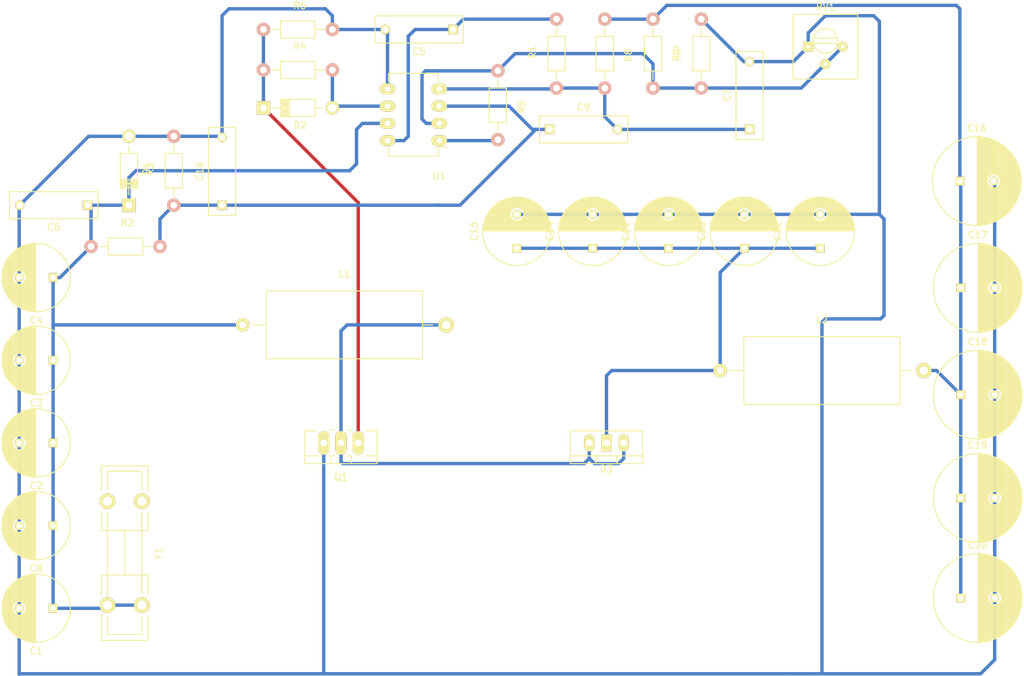
<source format=kicad_pcb>
(kicad_pcb (version 4) (host pcbnew 4.0.2-stable)

  (general
    (links 74)
    (no_connects 1)
    (area 56.998999 70.55888 208.280001 170.710002)
    (thickness 1.6)
    (drawings 0)
    (tracks 159)
    (zones 0)
    (modules 38)
    (nets 14)
  )

  (page A4)
  (layers
    (0 F.Cu signal)
    (31 B.Cu signal)
    (32 B.Adhes user)
    (33 F.Adhes user)
    (34 B.Paste user)
    (35 F.Paste user)
    (36 B.SilkS user)
    (37 F.SilkS user)
    (38 B.Mask user)
    (39 F.Mask user)
    (40 Dwgs.User user)
    (41 Cmts.User user)
    (42 Eco1.User user)
    (43 Eco2.User user)
    (44 Edge.Cuts user)
    (45 Margin user)
    (46 B.CrtYd user)
    (47 F.CrtYd user)
    (48 B.Fab user)
    (49 F.Fab user)
  )

  (setup
    (last_trace_width 0.5)
    (trace_clearance 0.2)
    (zone_clearance 0.508)
    (zone_45_only no)
    (trace_min 0.2)
    (segment_width 0.2)
    (edge_width 0.15)
    (via_size 0.6)
    (via_drill 0.4)
    (via_min_size 0.4)
    (via_min_drill 0.3)
    (uvia_size 0.3)
    (uvia_drill 0.1)
    (uvias_allowed no)
    (uvia_min_size 0.2)
    (uvia_min_drill 0.1)
    (pcb_text_width 0.3)
    (pcb_text_size 1.5 1.5)
    (mod_edge_width 0.15)
    (mod_text_size 1 1)
    (mod_text_width 0.15)
    (pad_size 1.524 1.524)
    (pad_drill 0.762)
    (pad_to_mask_clearance 0.2)
    (aux_axis_origin 0 0)
    (visible_elements 7FFFFFFF)
    (pcbplotparams
      (layerselection 0x00020_80000001)
      (usegerberextensions false)
      (excludeedgelayer true)
      (linewidth 0.100000)
      (plotframeref false)
      (viasonmask false)
      (mode 1)
      (useauxorigin false)
      (hpglpennumber 1)
      (hpglpenspeed 20)
      (hpglpendiameter 15)
      (hpglpenoverlay 2)
      (psnegative false)
      (psa4output false)
      (plotreference true)
      (plotvalue true)
      (plotinvisibletext true)
      (padsonsilk false)
      (subtractmaskfromsilk false)
      (outputformat 4)
      (mirror true)
      (drillshape 1)
      (scaleselection 1)
      (outputdirectory ""))
  )

  (net 0 "")
  (net 1 +12V)
  (net 2 Earth)
  (net 3 "Net-(C5-Pad1)")
  (net 4 "Net-(C7-Pad1)")
  (net 5 "Net-(C10-Pad1)")
  (net 6 "Net-(C11-Pad1)")
  (net 7 +24V)
  (net 8 "Net-(D2-Pad2)")
  (net 9 "Net-(D2-Pad1)")
  (net 10 "Net-(D3-Pad1)")
  (net 11 "Net-(R5-Pad1)")
  (net 12 "Net-(R5-Pad2)")
  (net 13 "Net-(C1-Pad1)")

  (net_class Default "Это класс цепей по умолчанию."
    (clearance 0.2)
    (trace_width 0.5)
    (via_dia 0.6)
    (via_drill 0.4)
    (uvia_dia 0.3)
    (uvia_drill 0.1)
    (add_net +12V)
    (add_net +24V)
    (add_net Earth)
    (add_net "Net-(C1-Pad1)")
    (add_net "Net-(C10-Pad1)")
    (add_net "Net-(C11-Pad1)")
    (add_net "Net-(C5-Pad1)")
    (add_net "Net-(C7-Pad1)")
    (add_net "Net-(D2-Pad1)")
    (add_net "Net-(D2-Pad2)")
    (add_net "Net-(D3-Pad1)")
    (add_net "Net-(R5-Pad1)")
    (add_net "Net-(R5-Pad2)")
  )

  (module Potentiometers:Potentiometer_Trimmer-Suntan-TSR-3386P (layer F.Cu) (tedit 53F6A994) (tstamp 57B2084F)
    (at 176.276 77.724)
    (path /57B0D268)
    (fp_text reference RV1 (at 2.54 -5.842) (layer F.SilkS)
      (effects (font (size 1 1) (thickness 0.15)))
    )
    (fp_text value POT (at 2.54 6.096) (layer F.Fab)
      (effects (font (size 1 1) (thickness 0.15)))
    )
    (fp_line (start 0.84 -1.255) (end 4.24 -1.255) (layer F.SilkS) (width 0.15))
    (fp_line (start 0.84 -0.495) (end 4.24 -0.495) (layer F.SilkS) (width 0.15))
    (fp_line (start -2.225 -4.765) (end 7.305 -4.765) (layer F.SilkS) (width 0.15))
    (fp_line (start 7.305 -4.765) (end 7.305 4.765) (layer F.SilkS) (width 0.15))
    (fp_line (start 7.305 4.765) (end -2.225 4.765) (layer F.SilkS) (width 0.15))
    (fp_line (start -2.225 4.765) (end -2.225 -4.765) (layer F.SilkS) (width 0.15))
    (fp_circle (center 2.54 -0.875) (end 4.115 0) (layer F.SilkS) (width 0.15))
    (pad 3 thru_hole circle (at 5.08 0) (size 1.51 1.51) (drill 0.51) (layers *.Cu *.Mask F.SilkS)
      (net 11 "Net-(R5-Pad1)"))
    (pad 1 thru_hole rect (at 0 0) (size 1.51 1.51) (drill 0.51) (layers *.Cu *.Mask F.SilkS)
      (net 2 Earth))
    (pad 2 thru_hole circle (at 2.54 2.54) (size 1.51 1.51) (drill 0.51) (layers *.Cu *.Mask F.SilkS)
      (net 11 "Net-(R5-Pad1)"))
  )

  (module Capacitors_ThroughHole:C_Radial_D10_L20_P5 (layer F.Cu) (tedit 0) (tstamp 57B2077A)
    (at 65.024 160.528 180)
    (descr "Radial Electrolytic Capacitor Diameter 10mm x Length 20mm, Pitch 5mm")
    (tags "Electrolytic Capacitor")
    (path /57B119E2)
    (fp_text reference C1 (at 2.5 -6.3 180) (layer F.SilkS)
      (effects (font (size 1 1) (thickness 0.15)))
    )
    (fp_text value 470u (at 2.5 6.3 180) (layer F.Fab)
      (effects (font (size 1 1) (thickness 0.15)))
    )
    (fp_line (start 2.575 -4.999) (end 2.575 4.999) (layer F.SilkS) (width 0.15))
    (fp_line (start 2.715 -4.995) (end 2.715 4.995) (layer F.SilkS) (width 0.15))
    (fp_line (start 2.855 -4.987) (end 2.855 4.987) (layer F.SilkS) (width 0.15))
    (fp_line (start 2.995 -4.975) (end 2.995 4.975) (layer F.SilkS) (width 0.15))
    (fp_line (start 3.135 -4.96) (end 3.135 4.96) (layer F.SilkS) (width 0.15))
    (fp_line (start 3.275 -4.94) (end 3.275 4.94) (layer F.SilkS) (width 0.15))
    (fp_line (start 3.415 -4.916) (end 3.415 4.916) (layer F.SilkS) (width 0.15))
    (fp_line (start 3.555 -4.887) (end 3.555 4.887) (layer F.SilkS) (width 0.15))
    (fp_line (start 3.695 -4.855) (end 3.695 4.855) (layer F.SilkS) (width 0.15))
    (fp_line (start 3.835 -4.818) (end 3.835 4.818) (layer F.SilkS) (width 0.15))
    (fp_line (start 3.975 -4.777) (end 3.975 4.777) (layer F.SilkS) (width 0.15))
    (fp_line (start 4.115 -4.732) (end 4.115 -0.466) (layer F.SilkS) (width 0.15))
    (fp_line (start 4.115 0.466) (end 4.115 4.732) (layer F.SilkS) (width 0.15))
    (fp_line (start 4.255 -4.682) (end 4.255 -0.667) (layer F.SilkS) (width 0.15))
    (fp_line (start 4.255 0.667) (end 4.255 4.682) (layer F.SilkS) (width 0.15))
    (fp_line (start 4.395 -4.627) (end 4.395 -0.796) (layer F.SilkS) (width 0.15))
    (fp_line (start 4.395 0.796) (end 4.395 4.627) (layer F.SilkS) (width 0.15))
    (fp_line (start 4.535 -4.567) (end 4.535 -0.885) (layer F.SilkS) (width 0.15))
    (fp_line (start 4.535 0.885) (end 4.535 4.567) (layer F.SilkS) (width 0.15))
    (fp_line (start 4.675 -4.502) (end 4.675 -0.946) (layer F.SilkS) (width 0.15))
    (fp_line (start 4.675 0.946) (end 4.675 4.502) (layer F.SilkS) (width 0.15))
    (fp_line (start 4.815 -4.432) (end 4.815 -0.983) (layer F.SilkS) (width 0.15))
    (fp_line (start 4.815 0.983) (end 4.815 4.432) (layer F.SilkS) (width 0.15))
    (fp_line (start 4.955 -4.356) (end 4.955 -0.999) (layer F.SilkS) (width 0.15))
    (fp_line (start 4.955 0.999) (end 4.955 4.356) (layer F.SilkS) (width 0.15))
    (fp_line (start 5.095 -4.274) (end 5.095 -0.995) (layer F.SilkS) (width 0.15))
    (fp_line (start 5.095 0.995) (end 5.095 4.274) (layer F.SilkS) (width 0.15))
    (fp_line (start 5.235 -4.186) (end 5.235 -0.972) (layer F.SilkS) (width 0.15))
    (fp_line (start 5.235 0.972) (end 5.235 4.186) (layer F.SilkS) (width 0.15))
    (fp_line (start 5.375 -4.091) (end 5.375 -0.927) (layer F.SilkS) (width 0.15))
    (fp_line (start 5.375 0.927) (end 5.375 4.091) (layer F.SilkS) (width 0.15))
    (fp_line (start 5.515 -3.989) (end 5.515 -0.857) (layer F.SilkS) (width 0.15))
    (fp_line (start 5.515 0.857) (end 5.515 3.989) (layer F.SilkS) (width 0.15))
    (fp_line (start 5.655 -3.879) (end 5.655 -0.756) (layer F.SilkS) (width 0.15))
    (fp_line (start 5.655 0.756) (end 5.655 3.879) (layer F.SilkS) (width 0.15))
    (fp_line (start 5.795 -3.761) (end 5.795 -0.607) (layer F.SilkS) (width 0.15))
    (fp_line (start 5.795 0.607) (end 5.795 3.761) (layer F.SilkS) (width 0.15))
    (fp_line (start 5.935 -3.633) (end 5.935 -0.355) (layer F.SilkS) (width 0.15))
    (fp_line (start 5.935 0.355) (end 5.935 3.633) (layer F.SilkS) (width 0.15))
    (fp_line (start 6.075 -3.496) (end 6.075 3.496) (layer F.SilkS) (width 0.15))
    (fp_line (start 6.215 -3.346) (end 6.215 3.346) (layer F.SilkS) (width 0.15))
    (fp_line (start 6.355 -3.184) (end 6.355 3.184) (layer F.SilkS) (width 0.15))
    (fp_line (start 6.495 -3.007) (end 6.495 3.007) (layer F.SilkS) (width 0.15))
    (fp_line (start 6.635 -2.811) (end 6.635 2.811) (layer F.SilkS) (width 0.15))
    (fp_line (start 6.775 -2.593) (end 6.775 2.593) (layer F.SilkS) (width 0.15))
    (fp_line (start 6.915 -2.347) (end 6.915 2.347) (layer F.SilkS) (width 0.15))
    (fp_line (start 7.055 -2.062) (end 7.055 2.062) (layer F.SilkS) (width 0.15))
    (fp_line (start 7.195 -1.72) (end 7.195 1.72) (layer F.SilkS) (width 0.15))
    (fp_line (start 7.335 -1.274) (end 7.335 1.274) (layer F.SilkS) (width 0.15))
    (fp_line (start 7.475 -0.499) (end 7.475 0.499) (layer F.SilkS) (width 0.15))
    (fp_circle (center 5 0) (end 5 -1) (layer F.SilkS) (width 0.15))
    (fp_circle (center 2.5 0) (end 2.5 -5.0375) (layer F.SilkS) (width 0.15))
    (fp_circle (center 2.5 0) (end 2.5 -5.3) (layer F.CrtYd) (width 0.05))
    (pad 1 thru_hole rect (at 0 0 180) (size 1.3 1.3) (drill 0.8) (layers *.Cu *.Mask F.SilkS)
      (net 13 "Net-(C1-Pad1)"))
    (pad 2 thru_hole circle (at 5 0 180) (size 1.3 1.3) (drill 0.8) (layers *.Cu *.Mask F.SilkS)
      (net 2 Earth))
    (model Capacitors_ThroughHole.3dshapes/C_Radial_D10_L20_P5.wrl
      (at (xyz 0 0 0))
      (scale (xyz 1 1 1))
      (rotate (xyz 0 0 0))
    )
  )

  (module Capacitors_ThroughHole:C_Radial_D10_L20_P5 (layer F.Cu) (tedit 0) (tstamp 57B20780)
    (at 65.024 136.144 180)
    (descr "Radial Electrolytic Capacitor Diameter 10mm x Length 20mm, Pitch 5mm")
    (tags "Electrolytic Capacitor")
    (path /57B118E3)
    (fp_text reference C2 (at 2.5 -6.3 180) (layer F.SilkS)
      (effects (font (size 1 1) (thickness 0.15)))
    )
    (fp_text value 470u (at 2.5 6.3 180) (layer F.Fab)
      (effects (font (size 1 1) (thickness 0.15)))
    )
    (fp_line (start 2.575 -4.999) (end 2.575 4.999) (layer F.SilkS) (width 0.15))
    (fp_line (start 2.715 -4.995) (end 2.715 4.995) (layer F.SilkS) (width 0.15))
    (fp_line (start 2.855 -4.987) (end 2.855 4.987) (layer F.SilkS) (width 0.15))
    (fp_line (start 2.995 -4.975) (end 2.995 4.975) (layer F.SilkS) (width 0.15))
    (fp_line (start 3.135 -4.96) (end 3.135 4.96) (layer F.SilkS) (width 0.15))
    (fp_line (start 3.275 -4.94) (end 3.275 4.94) (layer F.SilkS) (width 0.15))
    (fp_line (start 3.415 -4.916) (end 3.415 4.916) (layer F.SilkS) (width 0.15))
    (fp_line (start 3.555 -4.887) (end 3.555 4.887) (layer F.SilkS) (width 0.15))
    (fp_line (start 3.695 -4.855) (end 3.695 4.855) (layer F.SilkS) (width 0.15))
    (fp_line (start 3.835 -4.818) (end 3.835 4.818) (layer F.SilkS) (width 0.15))
    (fp_line (start 3.975 -4.777) (end 3.975 4.777) (layer F.SilkS) (width 0.15))
    (fp_line (start 4.115 -4.732) (end 4.115 -0.466) (layer F.SilkS) (width 0.15))
    (fp_line (start 4.115 0.466) (end 4.115 4.732) (layer F.SilkS) (width 0.15))
    (fp_line (start 4.255 -4.682) (end 4.255 -0.667) (layer F.SilkS) (width 0.15))
    (fp_line (start 4.255 0.667) (end 4.255 4.682) (layer F.SilkS) (width 0.15))
    (fp_line (start 4.395 -4.627) (end 4.395 -0.796) (layer F.SilkS) (width 0.15))
    (fp_line (start 4.395 0.796) (end 4.395 4.627) (layer F.SilkS) (width 0.15))
    (fp_line (start 4.535 -4.567) (end 4.535 -0.885) (layer F.SilkS) (width 0.15))
    (fp_line (start 4.535 0.885) (end 4.535 4.567) (layer F.SilkS) (width 0.15))
    (fp_line (start 4.675 -4.502) (end 4.675 -0.946) (layer F.SilkS) (width 0.15))
    (fp_line (start 4.675 0.946) (end 4.675 4.502) (layer F.SilkS) (width 0.15))
    (fp_line (start 4.815 -4.432) (end 4.815 -0.983) (layer F.SilkS) (width 0.15))
    (fp_line (start 4.815 0.983) (end 4.815 4.432) (layer F.SilkS) (width 0.15))
    (fp_line (start 4.955 -4.356) (end 4.955 -0.999) (layer F.SilkS) (width 0.15))
    (fp_line (start 4.955 0.999) (end 4.955 4.356) (layer F.SilkS) (width 0.15))
    (fp_line (start 5.095 -4.274) (end 5.095 -0.995) (layer F.SilkS) (width 0.15))
    (fp_line (start 5.095 0.995) (end 5.095 4.274) (layer F.SilkS) (width 0.15))
    (fp_line (start 5.235 -4.186) (end 5.235 -0.972) (layer F.SilkS) (width 0.15))
    (fp_line (start 5.235 0.972) (end 5.235 4.186) (layer F.SilkS) (width 0.15))
    (fp_line (start 5.375 -4.091) (end 5.375 -0.927) (layer F.SilkS) (width 0.15))
    (fp_line (start 5.375 0.927) (end 5.375 4.091) (layer F.SilkS) (width 0.15))
    (fp_line (start 5.515 -3.989) (end 5.515 -0.857) (layer F.SilkS) (width 0.15))
    (fp_line (start 5.515 0.857) (end 5.515 3.989) (layer F.SilkS) (width 0.15))
    (fp_line (start 5.655 -3.879) (end 5.655 -0.756) (layer F.SilkS) (width 0.15))
    (fp_line (start 5.655 0.756) (end 5.655 3.879) (layer F.SilkS) (width 0.15))
    (fp_line (start 5.795 -3.761) (end 5.795 -0.607) (layer F.SilkS) (width 0.15))
    (fp_line (start 5.795 0.607) (end 5.795 3.761) (layer F.SilkS) (width 0.15))
    (fp_line (start 5.935 -3.633) (end 5.935 -0.355) (layer F.SilkS) (width 0.15))
    (fp_line (start 5.935 0.355) (end 5.935 3.633) (layer F.SilkS) (width 0.15))
    (fp_line (start 6.075 -3.496) (end 6.075 3.496) (layer F.SilkS) (width 0.15))
    (fp_line (start 6.215 -3.346) (end 6.215 3.346) (layer F.SilkS) (width 0.15))
    (fp_line (start 6.355 -3.184) (end 6.355 3.184) (layer F.SilkS) (width 0.15))
    (fp_line (start 6.495 -3.007) (end 6.495 3.007) (layer F.SilkS) (width 0.15))
    (fp_line (start 6.635 -2.811) (end 6.635 2.811) (layer F.SilkS) (width 0.15))
    (fp_line (start 6.775 -2.593) (end 6.775 2.593) (layer F.SilkS) (width 0.15))
    (fp_line (start 6.915 -2.347) (end 6.915 2.347) (layer F.SilkS) (width 0.15))
    (fp_line (start 7.055 -2.062) (end 7.055 2.062) (layer F.SilkS) (width 0.15))
    (fp_line (start 7.195 -1.72) (end 7.195 1.72) (layer F.SilkS) (width 0.15))
    (fp_line (start 7.335 -1.274) (end 7.335 1.274) (layer F.SilkS) (width 0.15))
    (fp_line (start 7.475 -0.499) (end 7.475 0.499) (layer F.SilkS) (width 0.15))
    (fp_circle (center 5 0) (end 5 -1) (layer F.SilkS) (width 0.15))
    (fp_circle (center 2.5 0) (end 2.5 -5.0375) (layer F.SilkS) (width 0.15))
    (fp_circle (center 2.5 0) (end 2.5 -5.3) (layer F.CrtYd) (width 0.05))
    (pad 1 thru_hole rect (at 0 0 180) (size 1.3 1.3) (drill 0.8) (layers *.Cu *.Mask F.SilkS)
      (net 13 "Net-(C1-Pad1)"))
    (pad 2 thru_hole circle (at 5 0 180) (size 1.3 1.3) (drill 0.8) (layers *.Cu *.Mask F.SilkS)
      (net 2 Earth))
    (model Capacitors_ThroughHole.3dshapes/C_Radial_D10_L20_P5.wrl
      (at (xyz 0 0 0))
      (scale (xyz 1 1 1))
      (rotate (xyz 0 0 0))
    )
  )

  (module Capacitors_ThroughHole:C_Radial_D10_L20_P5 (layer F.Cu) (tedit 0) (tstamp 57B20786)
    (at 65.024 123.952 180)
    (descr "Radial Electrolytic Capacitor Diameter 10mm x Length 20mm, Pitch 5mm")
    (tags "Electrolytic Capacitor")
    (path /57B11872)
    (fp_text reference C3 (at 2.5 -6.3 180) (layer F.SilkS)
      (effects (font (size 1 1) (thickness 0.15)))
    )
    (fp_text value 470u (at 2.5 6.3 180) (layer F.Fab)
      (effects (font (size 1 1) (thickness 0.15)))
    )
    (fp_line (start 2.575 -4.999) (end 2.575 4.999) (layer F.SilkS) (width 0.15))
    (fp_line (start 2.715 -4.995) (end 2.715 4.995) (layer F.SilkS) (width 0.15))
    (fp_line (start 2.855 -4.987) (end 2.855 4.987) (layer F.SilkS) (width 0.15))
    (fp_line (start 2.995 -4.975) (end 2.995 4.975) (layer F.SilkS) (width 0.15))
    (fp_line (start 3.135 -4.96) (end 3.135 4.96) (layer F.SilkS) (width 0.15))
    (fp_line (start 3.275 -4.94) (end 3.275 4.94) (layer F.SilkS) (width 0.15))
    (fp_line (start 3.415 -4.916) (end 3.415 4.916) (layer F.SilkS) (width 0.15))
    (fp_line (start 3.555 -4.887) (end 3.555 4.887) (layer F.SilkS) (width 0.15))
    (fp_line (start 3.695 -4.855) (end 3.695 4.855) (layer F.SilkS) (width 0.15))
    (fp_line (start 3.835 -4.818) (end 3.835 4.818) (layer F.SilkS) (width 0.15))
    (fp_line (start 3.975 -4.777) (end 3.975 4.777) (layer F.SilkS) (width 0.15))
    (fp_line (start 4.115 -4.732) (end 4.115 -0.466) (layer F.SilkS) (width 0.15))
    (fp_line (start 4.115 0.466) (end 4.115 4.732) (layer F.SilkS) (width 0.15))
    (fp_line (start 4.255 -4.682) (end 4.255 -0.667) (layer F.SilkS) (width 0.15))
    (fp_line (start 4.255 0.667) (end 4.255 4.682) (layer F.SilkS) (width 0.15))
    (fp_line (start 4.395 -4.627) (end 4.395 -0.796) (layer F.SilkS) (width 0.15))
    (fp_line (start 4.395 0.796) (end 4.395 4.627) (layer F.SilkS) (width 0.15))
    (fp_line (start 4.535 -4.567) (end 4.535 -0.885) (layer F.SilkS) (width 0.15))
    (fp_line (start 4.535 0.885) (end 4.535 4.567) (layer F.SilkS) (width 0.15))
    (fp_line (start 4.675 -4.502) (end 4.675 -0.946) (layer F.SilkS) (width 0.15))
    (fp_line (start 4.675 0.946) (end 4.675 4.502) (layer F.SilkS) (width 0.15))
    (fp_line (start 4.815 -4.432) (end 4.815 -0.983) (layer F.SilkS) (width 0.15))
    (fp_line (start 4.815 0.983) (end 4.815 4.432) (layer F.SilkS) (width 0.15))
    (fp_line (start 4.955 -4.356) (end 4.955 -0.999) (layer F.SilkS) (width 0.15))
    (fp_line (start 4.955 0.999) (end 4.955 4.356) (layer F.SilkS) (width 0.15))
    (fp_line (start 5.095 -4.274) (end 5.095 -0.995) (layer F.SilkS) (width 0.15))
    (fp_line (start 5.095 0.995) (end 5.095 4.274) (layer F.SilkS) (width 0.15))
    (fp_line (start 5.235 -4.186) (end 5.235 -0.972) (layer F.SilkS) (width 0.15))
    (fp_line (start 5.235 0.972) (end 5.235 4.186) (layer F.SilkS) (width 0.15))
    (fp_line (start 5.375 -4.091) (end 5.375 -0.927) (layer F.SilkS) (width 0.15))
    (fp_line (start 5.375 0.927) (end 5.375 4.091) (layer F.SilkS) (width 0.15))
    (fp_line (start 5.515 -3.989) (end 5.515 -0.857) (layer F.SilkS) (width 0.15))
    (fp_line (start 5.515 0.857) (end 5.515 3.989) (layer F.SilkS) (width 0.15))
    (fp_line (start 5.655 -3.879) (end 5.655 -0.756) (layer F.SilkS) (width 0.15))
    (fp_line (start 5.655 0.756) (end 5.655 3.879) (layer F.SilkS) (width 0.15))
    (fp_line (start 5.795 -3.761) (end 5.795 -0.607) (layer F.SilkS) (width 0.15))
    (fp_line (start 5.795 0.607) (end 5.795 3.761) (layer F.SilkS) (width 0.15))
    (fp_line (start 5.935 -3.633) (end 5.935 -0.355) (layer F.SilkS) (width 0.15))
    (fp_line (start 5.935 0.355) (end 5.935 3.633) (layer F.SilkS) (width 0.15))
    (fp_line (start 6.075 -3.496) (end 6.075 3.496) (layer F.SilkS) (width 0.15))
    (fp_line (start 6.215 -3.346) (end 6.215 3.346) (layer F.SilkS) (width 0.15))
    (fp_line (start 6.355 -3.184) (end 6.355 3.184) (layer F.SilkS) (width 0.15))
    (fp_line (start 6.495 -3.007) (end 6.495 3.007) (layer F.SilkS) (width 0.15))
    (fp_line (start 6.635 -2.811) (end 6.635 2.811) (layer F.SilkS) (width 0.15))
    (fp_line (start 6.775 -2.593) (end 6.775 2.593) (layer F.SilkS) (width 0.15))
    (fp_line (start 6.915 -2.347) (end 6.915 2.347) (layer F.SilkS) (width 0.15))
    (fp_line (start 7.055 -2.062) (end 7.055 2.062) (layer F.SilkS) (width 0.15))
    (fp_line (start 7.195 -1.72) (end 7.195 1.72) (layer F.SilkS) (width 0.15))
    (fp_line (start 7.335 -1.274) (end 7.335 1.274) (layer F.SilkS) (width 0.15))
    (fp_line (start 7.475 -0.499) (end 7.475 0.499) (layer F.SilkS) (width 0.15))
    (fp_circle (center 5 0) (end 5 -1) (layer F.SilkS) (width 0.15))
    (fp_circle (center 2.5 0) (end 2.5 -5.0375) (layer F.SilkS) (width 0.15))
    (fp_circle (center 2.5 0) (end 2.5 -5.3) (layer F.CrtYd) (width 0.05))
    (pad 1 thru_hole rect (at 0 0 180) (size 1.3 1.3) (drill 0.8) (layers *.Cu *.Mask F.SilkS)
      (net 13 "Net-(C1-Pad1)"))
    (pad 2 thru_hole circle (at 5 0 180) (size 1.3 1.3) (drill 0.8) (layers *.Cu *.Mask F.SilkS)
      (net 2 Earth))
    (model Capacitors_ThroughHole.3dshapes/C_Radial_D10_L20_P5.wrl
      (at (xyz 0 0 0))
      (scale (xyz 1 1 1))
      (rotate (xyz 0 0 0))
    )
  )

  (module Capacitors_ThroughHole:C_Radial_D10_L20_P5 (layer F.Cu) (tedit 0) (tstamp 57B2078C)
    (at 65.024 111.76 180)
    (descr "Radial Electrolytic Capacitor Diameter 10mm x Length 20mm, Pitch 5mm")
    (tags "Electrolytic Capacitor")
    (path /57B0C805)
    (fp_text reference C4 (at 2.5 -6.3 180) (layer F.SilkS)
      (effects (font (size 1 1) (thickness 0.15)))
    )
    (fp_text value 470u (at 2.5 6.3 180) (layer F.Fab)
      (effects (font (size 1 1) (thickness 0.15)))
    )
    (fp_line (start 2.575 -4.999) (end 2.575 4.999) (layer F.SilkS) (width 0.15))
    (fp_line (start 2.715 -4.995) (end 2.715 4.995) (layer F.SilkS) (width 0.15))
    (fp_line (start 2.855 -4.987) (end 2.855 4.987) (layer F.SilkS) (width 0.15))
    (fp_line (start 2.995 -4.975) (end 2.995 4.975) (layer F.SilkS) (width 0.15))
    (fp_line (start 3.135 -4.96) (end 3.135 4.96) (layer F.SilkS) (width 0.15))
    (fp_line (start 3.275 -4.94) (end 3.275 4.94) (layer F.SilkS) (width 0.15))
    (fp_line (start 3.415 -4.916) (end 3.415 4.916) (layer F.SilkS) (width 0.15))
    (fp_line (start 3.555 -4.887) (end 3.555 4.887) (layer F.SilkS) (width 0.15))
    (fp_line (start 3.695 -4.855) (end 3.695 4.855) (layer F.SilkS) (width 0.15))
    (fp_line (start 3.835 -4.818) (end 3.835 4.818) (layer F.SilkS) (width 0.15))
    (fp_line (start 3.975 -4.777) (end 3.975 4.777) (layer F.SilkS) (width 0.15))
    (fp_line (start 4.115 -4.732) (end 4.115 -0.466) (layer F.SilkS) (width 0.15))
    (fp_line (start 4.115 0.466) (end 4.115 4.732) (layer F.SilkS) (width 0.15))
    (fp_line (start 4.255 -4.682) (end 4.255 -0.667) (layer F.SilkS) (width 0.15))
    (fp_line (start 4.255 0.667) (end 4.255 4.682) (layer F.SilkS) (width 0.15))
    (fp_line (start 4.395 -4.627) (end 4.395 -0.796) (layer F.SilkS) (width 0.15))
    (fp_line (start 4.395 0.796) (end 4.395 4.627) (layer F.SilkS) (width 0.15))
    (fp_line (start 4.535 -4.567) (end 4.535 -0.885) (layer F.SilkS) (width 0.15))
    (fp_line (start 4.535 0.885) (end 4.535 4.567) (layer F.SilkS) (width 0.15))
    (fp_line (start 4.675 -4.502) (end 4.675 -0.946) (layer F.SilkS) (width 0.15))
    (fp_line (start 4.675 0.946) (end 4.675 4.502) (layer F.SilkS) (width 0.15))
    (fp_line (start 4.815 -4.432) (end 4.815 -0.983) (layer F.SilkS) (width 0.15))
    (fp_line (start 4.815 0.983) (end 4.815 4.432) (layer F.SilkS) (width 0.15))
    (fp_line (start 4.955 -4.356) (end 4.955 -0.999) (layer F.SilkS) (width 0.15))
    (fp_line (start 4.955 0.999) (end 4.955 4.356) (layer F.SilkS) (width 0.15))
    (fp_line (start 5.095 -4.274) (end 5.095 -0.995) (layer F.SilkS) (width 0.15))
    (fp_line (start 5.095 0.995) (end 5.095 4.274) (layer F.SilkS) (width 0.15))
    (fp_line (start 5.235 -4.186) (end 5.235 -0.972) (layer F.SilkS) (width 0.15))
    (fp_line (start 5.235 0.972) (end 5.235 4.186) (layer F.SilkS) (width 0.15))
    (fp_line (start 5.375 -4.091) (end 5.375 -0.927) (layer F.SilkS) (width 0.15))
    (fp_line (start 5.375 0.927) (end 5.375 4.091) (layer F.SilkS) (width 0.15))
    (fp_line (start 5.515 -3.989) (end 5.515 -0.857) (layer F.SilkS) (width 0.15))
    (fp_line (start 5.515 0.857) (end 5.515 3.989) (layer F.SilkS) (width 0.15))
    (fp_line (start 5.655 -3.879) (end 5.655 -0.756) (layer F.SilkS) (width 0.15))
    (fp_line (start 5.655 0.756) (end 5.655 3.879) (layer F.SilkS) (width 0.15))
    (fp_line (start 5.795 -3.761) (end 5.795 -0.607) (layer F.SilkS) (width 0.15))
    (fp_line (start 5.795 0.607) (end 5.795 3.761) (layer F.SilkS) (width 0.15))
    (fp_line (start 5.935 -3.633) (end 5.935 -0.355) (layer F.SilkS) (width 0.15))
    (fp_line (start 5.935 0.355) (end 5.935 3.633) (layer F.SilkS) (width 0.15))
    (fp_line (start 6.075 -3.496) (end 6.075 3.496) (layer F.SilkS) (width 0.15))
    (fp_line (start 6.215 -3.346) (end 6.215 3.346) (layer F.SilkS) (width 0.15))
    (fp_line (start 6.355 -3.184) (end 6.355 3.184) (layer F.SilkS) (width 0.15))
    (fp_line (start 6.495 -3.007) (end 6.495 3.007) (layer F.SilkS) (width 0.15))
    (fp_line (start 6.635 -2.811) (end 6.635 2.811) (layer F.SilkS) (width 0.15))
    (fp_line (start 6.775 -2.593) (end 6.775 2.593) (layer F.SilkS) (width 0.15))
    (fp_line (start 6.915 -2.347) (end 6.915 2.347) (layer F.SilkS) (width 0.15))
    (fp_line (start 7.055 -2.062) (end 7.055 2.062) (layer F.SilkS) (width 0.15))
    (fp_line (start 7.195 -1.72) (end 7.195 1.72) (layer F.SilkS) (width 0.15))
    (fp_line (start 7.335 -1.274) (end 7.335 1.274) (layer F.SilkS) (width 0.15))
    (fp_line (start 7.475 -0.499) (end 7.475 0.499) (layer F.SilkS) (width 0.15))
    (fp_circle (center 5 0) (end 5 -1) (layer F.SilkS) (width 0.15))
    (fp_circle (center 2.5 0) (end 2.5 -5.0375) (layer F.SilkS) (width 0.15))
    (fp_circle (center 2.5 0) (end 2.5 -5.3) (layer F.CrtYd) (width 0.05))
    (pad 1 thru_hole rect (at 0 0 180) (size 1.3 1.3) (drill 0.8) (layers *.Cu *.Mask F.SilkS)
      (net 13 "Net-(C1-Pad1)"))
    (pad 2 thru_hole circle (at 5 0 180) (size 1.3 1.3) (drill 0.8) (layers *.Cu *.Mask F.SilkS)
      (net 2 Earth))
    (model Capacitors_ThroughHole.3dshapes/C_Radial_D10_L20_P5.wrl
      (at (xyz 0 0 0))
      (scale (xyz 1 1 1))
      (rotate (xyz 0 0 0))
    )
  )

  (module Capacitors_ThroughHole:C_Radial_D10_L20_P5 (layer F.Cu) (tedit 0) (tstamp 57B207A4)
    (at 65.024 148.336 180)
    (descr "Radial Electrolytic Capacitor Diameter 10mm x Length 20mm, Pitch 5mm")
    (tags "Electrolytic Capacitor")
    (path /57B0C84C)
    (fp_text reference C8 (at 2.5 -6.3 180) (layer F.SilkS)
      (effects (font (size 1 1) (thickness 0.15)))
    )
    (fp_text value 470u (at 2.5 6.3 180) (layer F.Fab)
      (effects (font (size 1 1) (thickness 0.15)))
    )
    (fp_line (start 2.575 -4.999) (end 2.575 4.999) (layer F.SilkS) (width 0.15))
    (fp_line (start 2.715 -4.995) (end 2.715 4.995) (layer F.SilkS) (width 0.15))
    (fp_line (start 2.855 -4.987) (end 2.855 4.987) (layer F.SilkS) (width 0.15))
    (fp_line (start 2.995 -4.975) (end 2.995 4.975) (layer F.SilkS) (width 0.15))
    (fp_line (start 3.135 -4.96) (end 3.135 4.96) (layer F.SilkS) (width 0.15))
    (fp_line (start 3.275 -4.94) (end 3.275 4.94) (layer F.SilkS) (width 0.15))
    (fp_line (start 3.415 -4.916) (end 3.415 4.916) (layer F.SilkS) (width 0.15))
    (fp_line (start 3.555 -4.887) (end 3.555 4.887) (layer F.SilkS) (width 0.15))
    (fp_line (start 3.695 -4.855) (end 3.695 4.855) (layer F.SilkS) (width 0.15))
    (fp_line (start 3.835 -4.818) (end 3.835 4.818) (layer F.SilkS) (width 0.15))
    (fp_line (start 3.975 -4.777) (end 3.975 4.777) (layer F.SilkS) (width 0.15))
    (fp_line (start 4.115 -4.732) (end 4.115 -0.466) (layer F.SilkS) (width 0.15))
    (fp_line (start 4.115 0.466) (end 4.115 4.732) (layer F.SilkS) (width 0.15))
    (fp_line (start 4.255 -4.682) (end 4.255 -0.667) (layer F.SilkS) (width 0.15))
    (fp_line (start 4.255 0.667) (end 4.255 4.682) (layer F.SilkS) (width 0.15))
    (fp_line (start 4.395 -4.627) (end 4.395 -0.796) (layer F.SilkS) (width 0.15))
    (fp_line (start 4.395 0.796) (end 4.395 4.627) (layer F.SilkS) (width 0.15))
    (fp_line (start 4.535 -4.567) (end 4.535 -0.885) (layer F.SilkS) (width 0.15))
    (fp_line (start 4.535 0.885) (end 4.535 4.567) (layer F.SilkS) (width 0.15))
    (fp_line (start 4.675 -4.502) (end 4.675 -0.946) (layer F.SilkS) (width 0.15))
    (fp_line (start 4.675 0.946) (end 4.675 4.502) (layer F.SilkS) (width 0.15))
    (fp_line (start 4.815 -4.432) (end 4.815 -0.983) (layer F.SilkS) (width 0.15))
    (fp_line (start 4.815 0.983) (end 4.815 4.432) (layer F.SilkS) (width 0.15))
    (fp_line (start 4.955 -4.356) (end 4.955 -0.999) (layer F.SilkS) (width 0.15))
    (fp_line (start 4.955 0.999) (end 4.955 4.356) (layer F.SilkS) (width 0.15))
    (fp_line (start 5.095 -4.274) (end 5.095 -0.995) (layer F.SilkS) (width 0.15))
    (fp_line (start 5.095 0.995) (end 5.095 4.274) (layer F.SilkS) (width 0.15))
    (fp_line (start 5.235 -4.186) (end 5.235 -0.972) (layer F.SilkS) (width 0.15))
    (fp_line (start 5.235 0.972) (end 5.235 4.186) (layer F.SilkS) (width 0.15))
    (fp_line (start 5.375 -4.091) (end 5.375 -0.927) (layer F.SilkS) (width 0.15))
    (fp_line (start 5.375 0.927) (end 5.375 4.091) (layer F.SilkS) (width 0.15))
    (fp_line (start 5.515 -3.989) (end 5.515 -0.857) (layer F.SilkS) (width 0.15))
    (fp_line (start 5.515 0.857) (end 5.515 3.989) (layer F.SilkS) (width 0.15))
    (fp_line (start 5.655 -3.879) (end 5.655 -0.756) (layer F.SilkS) (width 0.15))
    (fp_line (start 5.655 0.756) (end 5.655 3.879) (layer F.SilkS) (width 0.15))
    (fp_line (start 5.795 -3.761) (end 5.795 -0.607) (layer F.SilkS) (width 0.15))
    (fp_line (start 5.795 0.607) (end 5.795 3.761) (layer F.SilkS) (width 0.15))
    (fp_line (start 5.935 -3.633) (end 5.935 -0.355) (layer F.SilkS) (width 0.15))
    (fp_line (start 5.935 0.355) (end 5.935 3.633) (layer F.SilkS) (width 0.15))
    (fp_line (start 6.075 -3.496) (end 6.075 3.496) (layer F.SilkS) (width 0.15))
    (fp_line (start 6.215 -3.346) (end 6.215 3.346) (layer F.SilkS) (width 0.15))
    (fp_line (start 6.355 -3.184) (end 6.355 3.184) (layer F.SilkS) (width 0.15))
    (fp_line (start 6.495 -3.007) (end 6.495 3.007) (layer F.SilkS) (width 0.15))
    (fp_line (start 6.635 -2.811) (end 6.635 2.811) (layer F.SilkS) (width 0.15))
    (fp_line (start 6.775 -2.593) (end 6.775 2.593) (layer F.SilkS) (width 0.15))
    (fp_line (start 6.915 -2.347) (end 6.915 2.347) (layer F.SilkS) (width 0.15))
    (fp_line (start 7.055 -2.062) (end 7.055 2.062) (layer F.SilkS) (width 0.15))
    (fp_line (start 7.195 -1.72) (end 7.195 1.72) (layer F.SilkS) (width 0.15))
    (fp_line (start 7.335 -1.274) (end 7.335 1.274) (layer F.SilkS) (width 0.15))
    (fp_line (start 7.475 -0.499) (end 7.475 0.499) (layer F.SilkS) (width 0.15))
    (fp_circle (center 5 0) (end 5 -1) (layer F.SilkS) (width 0.15))
    (fp_circle (center 2.5 0) (end 2.5 -5.0375) (layer F.SilkS) (width 0.15))
    (fp_circle (center 2.5 0) (end 2.5 -5.3) (layer F.CrtYd) (width 0.05))
    (pad 1 thru_hole rect (at 0 0 180) (size 1.3 1.3) (drill 0.8) (layers *.Cu *.Mask F.SilkS)
      (net 13 "Net-(C1-Pad1)"))
    (pad 2 thru_hole circle (at 5 0 180) (size 1.3 1.3) (drill 0.8) (layers *.Cu *.Mask F.SilkS)
      (net 2 Earth))
    (model Capacitors_ThroughHole.3dshapes/C_Radial_D10_L20_P5.wrl
      (at (xyz 0 0 0))
      (scale (xyz 1 1 1))
      (rotate (xyz 0 0 0))
    )
  )

  (module Capacitors_ThroughHole:C_Radial_D10_L20_P5 (layer F.Cu) (tedit 0) (tstamp 57B207B6)
    (at 155.702 107.442 90)
    (descr "Radial Electrolytic Capacitor Diameter 10mm x Length 20mm, Pitch 5mm")
    (tags "Electrolytic Capacitor")
    (path /57B0C9B4)
    (fp_text reference C11 (at 2.5 -6.3 90) (layer F.SilkS)
      (effects (font (size 1 1) (thickness 0.15)))
    )
    (fp_text value 470u (at 2.5 6.3 90) (layer F.Fab)
      (effects (font (size 1 1) (thickness 0.15)))
    )
    (fp_line (start 2.575 -4.999) (end 2.575 4.999) (layer F.SilkS) (width 0.15))
    (fp_line (start 2.715 -4.995) (end 2.715 4.995) (layer F.SilkS) (width 0.15))
    (fp_line (start 2.855 -4.987) (end 2.855 4.987) (layer F.SilkS) (width 0.15))
    (fp_line (start 2.995 -4.975) (end 2.995 4.975) (layer F.SilkS) (width 0.15))
    (fp_line (start 3.135 -4.96) (end 3.135 4.96) (layer F.SilkS) (width 0.15))
    (fp_line (start 3.275 -4.94) (end 3.275 4.94) (layer F.SilkS) (width 0.15))
    (fp_line (start 3.415 -4.916) (end 3.415 4.916) (layer F.SilkS) (width 0.15))
    (fp_line (start 3.555 -4.887) (end 3.555 4.887) (layer F.SilkS) (width 0.15))
    (fp_line (start 3.695 -4.855) (end 3.695 4.855) (layer F.SilkS) (width 0.15))
    (fp_line (start 3.835 -4.818) (end 3.835 4.818) (layer F.SilkS) (width 0.15))
    (fp_line (start 3.975 -4.777) (end 3.975 4.777) (layer F.SilkS) (width 0.15))
    (fp_line (start 4.115 -4.732) (end 4.115 -0.466) (layer F.SilkS) (width 0.15))
    (fp_line (start 4.115 0.466) (end 4.115 4.732) (layer F.SilkS) (width 0.15))
    (fp_line (start 4.255 -4.682) (end 4.255 -0.667) (layer F.SilkS) (width 0.15))
    (fp_line (start 4.255 0.667) (end 4.255 4.682) (layer F.SilkS) (width 0.15))
    (fp_line (start 4.395 -4.627) (end 4.395 -0.796) (layer F.SilkS) (width 0.15))
    (fp_line (start 4.395 0.796) (end 4.395 4.627) (layer F.SilkS) (width 0.15))
    (fp_line (start 4.535 -4.567) (end 4.535 -0.885) (layer F.SilkS) (width 0.15))
    (fp_line (start 4.535 0.885) (end 4.535 4.567) (layer F.SilkS) (width 0.15))
    (fp_line (start 4.675 -4.502) (end 4.675 -0.946) (layer F.SilkS) (width 0.15))
    (fp_line (start 4.675 0.946) (end 4.675 4.502) (layer F.SilkS) (width 0.15))
    (fp_line (start 4.815 -4.432) (end 4.815 -0.983) (layer F.SilkS) (width 0.15))
    (fp_line (start 4.815 0.983) (end 4.815 4.432) (layer F.SilkS) (width 0.15))
    (fp_line (start 4.955 -4.356) (end 4.955 -0.999) (layer F.SilkS) (width 0.15))
    (fp_line (start 4.955 0.999) (end 4.955 4.356) (layer F.SilkS) (width 0.15))
    (fp_line (start 5.095 -4.274) (end 5.095 -0.995) (layer F.SilkS) (width 0.15))
    (fp_line (start 5.095 0.995) (end 5.095 4.274) (layer F.SilkS) (width 0.15))
    (fp_line (start 5.235 -4.186) (end 5.235 -0.972) (layer F.SilkS) (width 0.15))
    (fp_line (start 5.235 0.972) (end 5.235 4.186) (layer F.SilkS) (width 0.15))
    (fp_line (start 5.375 -4.091) (end 5.375 -0.927) (layer F.SilkS) (width 0.15))
    (fp_line (start 5.375 0.927) (end 5.375 4.091) (layer F.SilkS) (width 0.15))
    (fp_line (start 5.515 -3.989) (end 5.515 -0.857) (layer F.SilkS) (width 0.15))
    (fp_line (start 5.515 0.857) (end 5.515 3.989) (layer F.SilkS) (width 0.15))
    (fp_line (start 5.655 -3.879) (end 5.655 -0.756) (layer F.SilkS) (width 0.15))
    (fp_line (start 5.655 0.756) (end 5.655 3.879) (layer F.SilkS) (width 0.15))
    (fp_line (start 5.795 -3.761) (end 5.795 -0.607) (layer F.SilkS) (width 0.15))
    (fp_line (start 5.795 0.607) (end 5.795 3.761) (layer F.SilkS) (width 0.15))
    (fp_line (start 5.935 -3.633) (end 5.935 -0.355) (layer F.SilkS) (width 0.15))
    (fp_line (start 5.935 0.355) (end 5.935 3.633) (layer F.SilkS) (width 0.15))
    (fp_line (start 6.075 -3.496) (end 6.075 3.496) (layer F.SilkS) (width 0.15))
    (fp_line (start 6.215 -3.346) (end 6.215 3.346) (layer F.SilkS) (width 0.15))
    (fp_line (start 6.355 -3.184) (end 6.355 3.184) (layer F.SilkS) (width 0.15))
    (fp_line (start 6.495 -3.007) (end 6.495 3.007) (layer F.SilkS) (width 0.15))
    (fp_line (start 6.635 -2.811) (end 6.635 2.811) (layer F.SilkS) (width 0.15))
    (fp_line (start 6.775 -2.593) (end 6.775 2.593) (layer F.SilkS) (width 0.15))
    (fp_line (start 6.915 -2.347) (end 6.915 2.347) (layer F.SilkS) (width 0.15))
    (fp_line (start 7.055 -2.062) (end 7.055 2.062) (layer F.SilkS) (width 0.15))
    (fp_line (start 7.195 -1.72) (end 7.195 1.72) (layer F.SilkS) (width 0.15))
    (fp_line (start 7.335 -1.274) (end 7.335 1.274) (layer F.SilkS) (width 0.15))
    (fp_line (start 7.475 -0.499) (end 7.475 0.499) (layer F.SilkS) (width 0.15))
    (fp_circle (center 5 0) (end 5 -1) (layer F.SilkS) (width 0.15))
    (fp_circle (center 2.5 0) (end 2.5 -5.0375) (layer F.SilkS) (width 0.15))
    (fp_circle (center 2.5 0) (end 2.5 -5.3) (layer F.CrtYd) (width 0.05))
    (pad 1 thru_hole rect (at 0 0 90) (size 1.3 1.3) (drill 0.8) (layers *.Cu *.Mask F.SilkS)
      (net 6 "Net-(C11-Pad1)"))
    (pad 2 thru_hole circle (at 5 0 90) (size 1.3 1.3) (drill 0.8) (layers *.Cu *.Mask F.SilkS)
      (net 2 Earth))
    (model Capacitors_ThroughHole.3dshapes/C_Radial_D10_L20_P5.wrl
      (at (xyz 0 0 0))
      (scale (xyz 1 1 1))
      (rotate (xyz 0 0 0))
    )
  )

  (module Capacitors_ThroughHole:C_Radial_D10_L20_P5 (layer F.Cu) (tedit 0) (tstamp 57B207BC)
    (at 178.054 107.442 90)
    (descr "Radial Electrolytic Capacitor Diameter 10mm x Length 20mm, Pitch 5mm")
    (tags "Electrolytic Capacitor")
    (path /57B10A31)
    (fp_text reference C12 (at 2.5 -6.3 90) (layer F.SilkS)
      (effects (font (size 1 1) (thickness 0.15)))
    )
    (fp_text value 470u (at 2.5 6.3 90) (layer F.Fab)
      (effects (font (size 1 1) (thickness 0.15)))
    )
    (fp_line (start 2.575 -4.999) (end 2.575 4.999) (layer F.SilkS) (width 0.15))
    (fp_line (start 2.715 -4.995) (end 2.715 4.995) (layer F.SilkS) (width 0.15))
    (fp_line (start 2.855 -4.987) (end 2.855 4.987) (layer F.SilkS) (width 0.15))
    (fp_line (start 2.995 -4.975) (end 2.995 4.975) (layer F.SilkS) (width 0.15))
    (fp_line (start 3.135 -4.96) (end 3.135 4.96) (layer F.SilkS) (width 0.15))
    (fp_line (start 3.275 -4.94) (end 3.275 4.94) (layer F.SilkS) (width 0.15))
    (fp_line (start 3.415 -4.916) (end 3.415 4.916) (layer F.SilkS) (width 0.15))
    (fp_line (start 3.555 -4.887) (end 3.555 4.887) (layer F.SilkS) (width 0.15))
    (fp_line (start 3.695 -4.855) (end 3.695 4.855) (layer F.SilkS) (width 0.15))
    (fp_line (start 3.835 -4.818) (end 3.835 4.818) (layer F.SilkS) (width 0.15))
    (fp_line (start 3.975 -4.777) (end 3.975 4.777) (layer F.SilkS) (width 0.15))
    (fp_line (start 4.115 -4.732) (end 4.115 -0.466) (layer F.SilkS) (width 0.15))
    (fp_line (start 4.115 0.466) (end 4.115 4.732) (layer F.SilkS) (width 0.15))
    (fp_line (start 4.255 -4.682) (end 4.255 -0.667) (layer F.SilkS) (width 0.15))
    (fp_line (start 4.255 0.667) (end 4.255 4.682) (layer F.SilkS) (width 0.15))
    (fp_line (start 4.395 -4.627) (end 4.395 -0.796) (layer F.SilkS) (width 0.15))
    (fp_line (start 4.395 0.796) (end 4.395 4.627) (layer F.SilkS) (width 0.15))
    (fp_line (start 4.535 -4.567) (end 4.535 -0.885) (layer F.SilkS) (width 0.15))
    (fp_line (start 4.535 0.885) (end 4.535 4.567) (layer F.SilkS) (width 0.15))
    (fp_line (start 4.675 -4.502) (end 4.675 -0.946) (layer F.SilkS) (width 0.15))
    (fp_line (start 4.675 0.946) (end 4.675 4.502) (layer F.SilkS) (width 0.15))
    (fp_line (start 4.815 -4.432) (end 4.815 -0.983) (layer F.SilkS) (width 0.15))
    (fp_line (start 4.815 0.983) (end 4.815 4.432) (layer F.SilkS) (width 0.15))
    (fp_line (start 4.955 -4.356) (end 4.955 -0.999) (layer F.SilkS) (width 0.15))
    (fp_line (start 4.955 0.999) (end 4.955 4.356) (layer F.SilkS) (width 0.15))
    (fp_line (start 5.095 -4.274) (end 5.095 -0.995) (layer F.SilkS) (width 0.15))
    (fp_line (start 5.095 0.995) (end 5.095 4.274) (layer F.SilkS) (width 0.15))
    (fp_line (start 5.235 -4.186) (end 5.235 -0.972) (layer F.SilkS) (width 0.15))
    (fp_line (start 5.235 0.972) (end 5.235 4.186) (layer F.SilkS) (width 0.15))
    (fp_line (start 5.375 -4.091) (end 5.375 -0.927) (layer F.SilkS) (width 0.15))
    (fp_line (start 5.375 0.927) (end 5.375 4.091) (layer F.SilkS) (width 0.15))
    (fp_line (start 5.515 -3.989) (end 5.515 -0.857) (layer F.SilkS) (width 0.15))
    (fp_line (start 5.515 0.857) (end 5.515 3.989) (layer F.SilkS) (width 0.15))
    (fp_line (start 5.655 -3.879) (end 5.655 -0.756) (layer F.SilkS) (width 0.15))
    (fp_line (start 5.655 0.756) (end 5.655 3.879) (layer F.SilkS) (width 0.15))
    (fp_line (start 5.795 -3.761) (end 5.795 -0.607) (layer F.SilkS) (width 0.15))
    (fp_line (start 5.795 0.607) (end 5.795 3.761) (layer F.SilkS) (width 0.15))
    (fp_line (start 5.935 -3.633) (end 5.935 -0.355) (layer F.SilkS) (width 0.15))
    (fp_line (start 5.935 0.355) (end 5.935 3.633) (layer F.SilkS) (width 0.15))
    (fp_line (start 6.075 -3.496) (end 6.075 3.496) (layer F.SilkS) (width 0.15))
    (fp_line (start 6.215 -3.346) (end 6.215 3.346) (layer F.SilkS) (width 0.15))
    (fp_line (start 6.355 -3.184) (end 6.355 3.184) (layer F.SilkS) (width 0.15))
    (fp_line (start 6.495 -3.007) (end 6.495 3.007) (layer F.SilkS) (width 0.15))
    (fp_line (start 6.635 -2.811) (end 6.635 2.811) (layer F.SilkS) (width 0.15))
    (fp_line (start 6.775 -2.593) (end 6.775 2.593) (layer F.SilkS) (width 0.15))
    (fp_line (start 6.915 -2.347) (end 6.915 2.347) (layer F.SilkS) (width 0.15))
    (fp_line (start 7.055 -2.062) (end 7.055 2.062) (layer F.SilkS) (width 0.15))
    (fp_line (start 7.195 -1.72) (end 7.195 1.72) (layer F.SilkS) (width 0.15))
    (fp_line (start 7.335 -1.274) (end 7.335 1.274) (layer F.SilkS) (width 0.15))
    (fp_line (start 7.475 -0.499) (end 7.475 0.499) (layer F.SilkS) (width 0.15))
    (fp_circle (center 5 0) (end 5 -1) (layer F.SilkS) (width 0.15))
    (fp_circle (center 2.5 0) (end 2.5 -5.0375) (layer F.SilkS) (width 0.15))
    (fp_circle (center 2.5 0) (end 2.5 -5.3) (layer F.CrtYd) (width 0.05))
    (pad 1 thru_hole rect (at 0 0 90) (size 1.3 1.3) (drill 0.8) (layers *.Cu *.Mask F.SilkS)
      (net 6 "Net-(C11-Pad1)"))
    (pad 2 thru_hole circle (at 5 0 90) (size 1.3 1.3) (drill 0.8) (layers *.Cu *.Mask F.SilkS)
      (net 2 Earth))
    (model Capacitors_ThroughHole.3dshapes/C_Radial_D10_L20_P5.wrl
      (at (xyz 0 0 0))
      (scale (xyz 1 1 1))
      (rotate (xyz 0 0 0))
    )
  )

  (module Capacitors_ThroughHole:C_Radial_D10_L20_P5 (layer F.Cu) (tedit 0) (tstamp 57B207C2)
    (at 166.878 107.442 90)
    (descr "Radial Electrolytic Capacitor Diameter 10mm x Length 20mm, Pitch 5mm")
    (tags "Electrolytic Capacitor")
    (path /57B10A94)
    (fp_text reference C13 (at 2.5 -6.3 90) (layer F.SilkS)
      (effects (font (size 1 1) (thickness 0.15)))
    )
    (fp_text value 470u (at 2.5 6.3 90) (layer F.Fab)
      (effects (font (size 1 1) (thickness 0.15)))
    )
    (fp_line (start 2.575 -4.999) (end 2.575 4.999) (layer F.SilkS) (width 0.15))
    (fp_line (start 2.715 -4.995) (end 2.715 4.995) (layer F.SilkS) (width 0.15))
    (fp_line (start 2.855 -4.987) (end 2.855 4.987) (layer F.SilkS) (width 0.15))
    (fp_line (start 2.995 -4.975) (end 2.995 4.975) (layer F.SilkS) (width 0.15))
    (fp_line (start 3.135 -4.96) (end 3.135 4.96) (layer F.SilkS) (width 0.15))
    (fp_line (start 3.275 -4.94) (end 3.275 4.94) (layer F.SilkS) (width 0.15))
    (fp_line (start 3.415 -4.916) (end 3.415 4.916) (layer F.SilkS) (width 0.15))
    (fp_line (start 3.555 -4.887) (end 3.555 4.887) (layer F.SilkS) (width 0.15))
    (fp_line (start 3.695 -4.855) (end 3.695 4.855) (layer F.SilkS) (width 0.15))
    (fp_line (start 3.835 -4.818) (end 3.835 4.818) (layer F.SilkS) (width 0.15))
    (fp_line (start 3.975 -4.777) (end 3.975 4.777) (layer F.SilkS) (width 0.15))
    (fp_line (start 4.115 -4.732) (end 4.115 -0.466) (layer F.SilkS) (width 0.15))
    (fp_line (start 4.115 0.466) (end 4.115 4.732) (layer F.SilkS) (width 0.15))
    (fp_line (start 4.255 -4.682) (end 4.255 -0.667) (layer F.SilkS) (width 0.15))
    (fp_line (start 4.255 0.667) (end 4.255 4.682) (layer F.SilkS) (width 0.15))
    (fp_line (start 4.395 -4.627) (end 4.395 -0.796) (layer F.SilkS) (width 0.15))
    (fp_line (start 4.395 0.796) (end 4.395 4.627) (layer F.SilkS) (width 0.15))
    (fp_line (start 4.535 -4.567) (end 4.535 -0.885) (layer F.SilkS) (width 0.15))
    (fp_line (start 4.535 0.885) (end 4.535 4.567) (layer F.SilkS) (width 0.15))
    (fp_line (start 4.675 -4.502) (end 4.675 -0.946) (layer F.SilkS) (width 0.15))
    (fp_line (start 4.675 0.946) (end 4.675 4.502) (layer F.SilkS) (width 0.15))
    (fp_line (start 4.815 -4.432) (end 4.815 -0.983) (layer F.SilkS) (width 0.15))
    (fp_line (start 4.815 0.983) (end 4.815 4.432) (layer F.SilkS) (width 0.15))
    (fp_line (start 4.955 -4.356) (end 4.955 -0.999) (layer F.SilkS) (width 0.15))
    (fp_line (start 4.955 0.999) (end 4.955 4.356) (layer F.SilkS) (width 0.15))
    (fp_line (start 5.095 -4.274) (end 5.095 -0.995) (layer F.SilkS) (width 0.15))
    (fp_line (start 5.095 0.995) (end 5.095 4.274) (layer F.SilkS) (width 0.15))
    (fp_line (start 5.235 -4.186) (end 5.235 -0.972) (layer F.SilkS) (width 0.15))
    (fp_line (start 5.235 0.972) (end 5.235 4.186) (layer F.SilkS) (width 0.15))
    (fp_line (start 5.375 -4.091) (end 5.375 -0.927) (layer F.SilkS) (width 0.15))
    (fp_line (start 5.375 0.927) (end 5.375 4.091) (layer F.SilkS) (width 0.15))
    (fp_line (start 5.515 -3.989) (end 5.515 -0.857) (layer F.SilkS) (width 0.15))
    (fp_line (start 5.515 0.857) (end 5.515 3.989) (layer F.SilkS) (width 0.15))
    (fp_line (start 5.655 -3.879) (end 5.655 -0.756) (layer F.SilkS) (width 0.15))
    (fp_line (start 5.655 0.756) (end 5.655 3.879) (layer F.SilkS) (width 0.15))
    (fp_line (start 5.795 -3.761) (end 5.795 -0.607) (layer F.SilkS) (width 0.15))
    (fp_line (start 5.795 0.607) (end 5.795 3.761) (layer F.SilkS) (width 0.15))
    (fp_line (start 5.935 -3.633) (end 5.935 -0.355) (layer F.SilkS) (width 0.15))
    (fp_line (start 5.935 0.355) (end 5.935 3.633) (layer F.SilkS) (width 0.15))
    (fp_line (start 6.075 -3.496) (end 6.075 3.496) (layer F.SilkS) (width 0.15))
    (fp_line (start 6.215 -3.346) (end 6.215 3.346) (layer F.SilkS) (width 0.15))
    (fp_line (start 6.355 -3.184) (end 6.355 3.184) (layer F.SilkS) (width 0.15))
    (fp_line (start 6.495 -3.007) (end 6.495 3.007) (layer F.SilkS) (width 0.15))
    (fp_line (start 6.635 -2.811) (end 6.635 2.811) (layer F.SilkS) (width 0.15))
    (fp_line (start 6.775 -2.593) (end 6.775 2.593) (layer F.SilkS) (width 0.15))
    (fp_line (start 6.915 -2.347) (end 6.915 2.347) (layer F.SilkS) (width 0.15))
    (fp_line (start 7.055 -2.062) (end 7.055 2.062) (layer F.SilkS) (width 0.15))
    (fp_line (start 7.195 -1.72) (end 7.195 1.72) (layer F.SilkS) (width 0.15))
    (fp_line (start 7.335 -1.274) (end 7.335 1.274) (layer F.SilkS) (width 0.15))
    (fp_line (start 7.475 -0.499) (end 7.475 0.499) (layer F.SilkS) (width 0.15))
    (fp_circle (center 5 0) (end 5 -1) (layer F.SilkS) (width 0.15))
    (fp_circle (center 2.5 0) (end 2.5 -5.0375) (layer F.SilkS) (width 0.15))
    (fp_circle (center 2.5 0) (end 2.5 -5.3) (layer F.CrtYd) (width 0.05))
    (pad 1 thru_hole rect (at 0 0 90) (size 1.3 1.3) (drill 0.8) (layers *.Cu *.Mask F.SilkS)
      (net 6 "Net-(C11-Pad1)"))
    (pad 2 thru_hole circle (at 5 0 90) (size 1.3 1.3) (drill 0.8) (layers *.Cu *.Mask F.SilkS)
      (net 2 Earth))
    (model Capacitors_ThroughHole.3dshapes/C_Radial_D10_L20_P5.wrl
      (at (xyz 0 0 0))
      (scale (xyz 1 1 1))
      (rotate (xyz 0 0 0))
    )
  )

  (module Capacitors_ThroughHole:C_Radial_D10_L20_P5 (layer F.Cu) (tedit 0) (tstamp 57B207C8)
    (at 144.526 107.442 90)
    (descr "Radial Electrolytic Capacitor Diameter 10mm x Length 20mm, Pitch 5mm")
    (tags "Electrolytic Capacitor")
    (path /57B10AFA)
    (fp_text reference C14 (at 2.5 -6.3 90) (layer F.SilkS)
      (effects (font (size 1 1) (thickness 0.15)))
    )
    (fp_text value 470u (at 2.5 6.3 90) (layer F.Fab)
      (effects (font (size 1 1) (thickness 0.15)))
    )
    (fp_line (start 2.575 -4.999) (end 2.575 4.999) (layer F.SilkS) (width 0.15))
    (fp_line (start 2.715 -4.995) (end 2.715 4.995) (layer F.SilkS) (width 0.15))
    (fp_line (start 2.855 -4.987) (end 2.855 4.987) (layer F.SilkS) (width 0.15))
    (fp_line (start 2.995 -4.975) (end 2.995 4.975) (layer F.SilkS) (width 0.15))
    (fp_line (start 3.135 -4.96) (end 3.135 4.96) (layer F.SilkS) (width 0.15))
    (fp_line (start 3.275 -4.94) (end 3.275 4.94) (layer F.SilkS) (width 0.15))
    (fp_line (start 3.415 -4.916) (end 3.415 4.916) (layer F.SilkS) (width 0.15))
    (fp_line (start 3.555 -4.887) (end 3.555 4.887) (layer F.SilkS) (width 0.15))
    (fp_line (start 3.695 -4.855) (end 3.695 4.855) (layer F.SilkS) (width 0.15))
    (fp_line (start 3.835 -4.818) (end 3.835 4.818) (layer F.SilkS) (width 0.15))
    (fp_line (start 3.975 -4.777) (end 3.975 4.777) (layer F.SilkS) (width 0.15))
    (fp_line (start 4.115 -4.732) (end 4.115 -0.466) (layer F.SilkS) (width 0.15))
    (fp_line (start 4.115 0.466) (end 4.115 4.732) (layer F.SilkS) (width 0.15))
    (fp_line (start 4.255 -4.682) (end 4.255 -0.667) (layer F.SilkS) (width 0.15))
    (fp_line (start 4.255 0.667) (end 4.255 4.682) (layer F.SilkS) (width 0.15))
    (fp_line (start 4.395 -4.627) (end 4.395 -0.796) (layer F.SilkS) (width 0.15))
    (fp_line (start 4.395 0.796) (end 4.395 4.627) (layer F.SilkS) (width 0.15))
    (fp_line (start 4.535 -4.567) (end 4.535 -0.885) (layer F.SilkS) (width 0.15))
    (fp_line (start 4.535 0.885) (end 4.535 4.567) (layer F.SilkS) (width 0.15))
    (fp_line (start 4.675 -4.502) (end 4.675 -0.946) (layer F.SilkS) (width 0.15))
    (fp_line (start 4.675 0.946) (end 4.675 4.502) (layer F.SilkS) (width 0.15))
    (fp_line (start 4.815 -4.432) (end 4.815 -0.983) (layer F.SilkS) (width 0.15))
    (fp_line (start 4.815 0.983) (end 4.815 4.432) (layer F.SilkS) (width 0.15))
    (fp_line (start 4.955 -4.356) (end 4.955 -0.999) (layer F.SilkS) (width 0.15))
    (fp_line (start 4.955 0.999) (end 4.955 4.356) (layer F.SilkS) (width 0.15))
    (fp_line (start 5.095 -4.274) (end 5.095 -0.995) (layer F.SilkS) (width 0.15))
    (fp_line (start 5.095 0.995) (end 5.095 4.274) (layer F.SilkS) (width 0.15))
    (fp_line (start 5.235 -4.186) (end 5.235 -0.972) (layer F.SilkS) (width 0.15))
    (fp_line (start 5.235 0.972) (end 5.235 4.186) (layer F.SilkS) (width 0.15))
    (fp_line (start 5.375 -4.091) (end 5.375 -0.927) (layer F.SilkS) (width 0.15))
    (fp_line (start 5.375 0.927) (end 5.375 4.091) (layer F.SilkS) (width 0.15))
    (fp_line (start 5.515 -3.989) (end 5.515 -0.857) (layer F.SilkS) (width 0.15))
    (fp_line (start 5.515 0.857) (end 5.515 3.989) (layer F.SilkS) (width 0.15))
    (fp_line (start 5.655 -3.879) (end 5.655 -0.756) (layer F.SilkS) (width 0.15))
    (fp_line (start 5.655 0.756) (end 5.655 3.879) (layer F.SilkS) (width 0.15))
    (fp_line (start 5.795 -3.761) (end 5.795 -0.607) (layer F.SilkS) (width 0.15))
    (fp_line (start 5.795 0.607) (end 5.795 3.761) (layer F.SilkS) (width 0.15))
    (fp_line (start 5.935 -3.633) (end 5.935 -0.355) (layer F.SilkS) (width 0.15))
    (fp_line (start 5.935 0.355) (end 5.935 3.633) (layer F.SilkS) (width 0.15))
    (fp_line (start 6.075 -3.496) (end 6.075 3.496) (layer F.SilkS) (width 0.15))
    (fp_line (start 6.215 -3.346) (end 6.215 3.346) (layer F.SilkS) (width 0.15))
    (fp_line (start 6.355 -3.184) (end 6.355 3.184) (layer F.SilkS) (width 0.15))
    (fp_line (start 6.495 -3.007) (end 6.495 3.007) (layer F.SilkS) (width 0.15))
    (fp_line (start 6.635 -2.811) (end 6.635 2.811) (layer F.SilkS) (width 0.15))
    (fp_line (start 6.775 -2.593) (end 6.775 2.593) (layer F.SilkS) (width 0.15))
    (fp_line (start 6.915 -2.347) (end 6.915 2.347) (layer F.SilkS) (width 0.15))
    (fp_line (start 7.055 -2.062) (end 7.055 2.062) (layer F.SilkS) (width 0.15))
    (fp_line (start 7.195 -1.72) (end 7.195 1.72) (layer F.SilkS) (width 0.15))
    (fp_line (start 7.335 -1.274) (end 7.335 1.274) (layer F.SilkS) (width 0.15))
    (fp_line (start 7.475 -0.499) (end 7.475 0.499) (layer F.SilkS) (width 0.15))
    (fp_circle (center 5 0) (end 5 -1) (layer F.SilkS) (width 0.15))
    (fp_circle (center 2.5 0) (end 2.5 -5.0375) (layer F.SilkS) (width 0.15))
    (fp_circle (center 2.5 0) (end 2.5 -5.3) (layer F.CrtYd) (width 0.05))
    (pad 1 thru_hole rect (at 0 0 90) (size 1.3 1.3) (drill 0.8) (layers *.Cu *.Mask F.SilkS)
      (net 6 "Net-(C11-Pad1)"))
    (pad 2 thru_hole circle (at 5 0 90) (size 1.3 1.3) (drill 0.8) (layers *.Cu *.Mask F.SilkS)
      (net 2 Earth))
    (model Capacitors_ThroughHole.3dshapes/C_Radial_D10_L20_P5.wrl
      (at (xyz 0 0 0))
      (scale (xyz 1 1 1))
      (rotate (xyz 0 0 0))
    )
  )

  (module Capacitors_ThroughHole:C_Radial_D10_L20_P5 (layer F.Cu) (tedit 0) (tstamp 57B207CE)
    (at 133.35 107.442 90)
    (descr "Radial Electrolytic Capacitor Diameter 10mm x Length 20mm, Pitch 5mm")
    (tags "Electrolytic Capacitor")
    (path /57B10B63)
    (fp_text reference C15 (at 2.5 -6.3 90) (layer F.SilkS)
      (effects (font (size 1 1) (thickness 0.15)))
    )
    (fp_text value 470u (at 2.5 6.3 90) (layer F.Fab)
      (effects (font (size 1 1) (thickness 0.15)))
    )
    (fp_line (start 2.575 -4.999) (end 2.575 4.999) (layer F.SilkS) (width 0.15))
    (fp_line (start 2.715 -4.995) (end 2.715 4.995) (layer F.SilkS) (width 0.15))
    (fp_line (start 2.855 -4.987) (end 2.855 4.987) (layer F.SilkS) (width 0.15))
    (fp_line (start 2.995 -4.975) (end 2.995 4.975) (layer F.SilkS) (width 0.15))
    (fp_line (start 3.135 -4.96) (end 3.135 4.96) (layer F.SilkS) (width 0.15))
    (fp_line (start 3.275 -4.94) (end 3.275 4.94) (layer F.SilkS) (width 0.15))
    (fp_line (start 3.415 -4.916) (end 3.415 4.916) (layer F.SilkS) (width 0.15))
    (fp_line (start 3.555 -4.887) (end 3.555 4.887) (layer F.SilkS) (width 0.15))
    (fp_line (start 3.695 -4.855) (end 3.695 4.855) (layer F.SilkS) (width 0.15))
    (fp_line (start 3.835 -4.818) (end 3.835 4.818) (layer F.SilkS) (width 0.15))
    (fp_line (start 3.975 -4.777) (end 3.975 4.777) (layer F.SilkS) (width 0.15))
    (fp_line (start 4.115 -4.732) (end 4.115 -0.466) (layer F.SilkS) (width 0.15))
    (fp_line (start 4.115 0.466) (end 4.115 4.732) (layer F.SilkS) (width 0.15))
    (fp_line (start 4.255 -4.682) (end 4.255 -0.667) (layer F.SilkS) (width 0.15))
    (fp_line (start 4.255 0.667) (end 4.255 4.682) (layer F.SilkS) (width 0.15))
    (fp_line (start 4.395 -4.627) (end 4.395 -0.796) (layer F.SilkS) (width 0.15))
    (fp_line (start 4.395 0.796) (end 4.395 4.627) (layer F.SilkS) (width 0.15))
    (fp_line (start 4.535 -4.567) (end 4.535 -0.885) (layer F.SilkS) (width 0.15))
    (fp_line (start 4.535 0.885) (end 4.535 4.567) (layer F.SilkS) (width 0.15))
    (fp_line (start 4.675 -4.502) (end 4.675 -0.946) (layer F.SilkS) (width 0.15))
    (fp_line (start 4.675 0.946) (end 4.675 4.502) (layer F.SilkS) (width 0.15))
    (fp_line (start 4.815 -4.432) (end 4.815 -0.983) (layer F.SilkS) (width 0.15))
    (fp_line (start 4.815 0.983) (end 4.815 4.432) (layer F.SilkS) (width 0.15))
    (fp_line (start 4.955 -4.356) (end 4.955 -0.999) (layer F.SilkS) (width 0.15))
    (fp_line (start 4.955 0.999) (end 4.955 4.356) (layer F.SilkS) (width 0.15))
    (fp_line (start 5.095 -4.274) (end 5.095 -0.995) (layer F.SilkS) (width 0.15))
    (fp_line (start 5.095 0.995) (end 5.095 4.274) (layer F.SilkS) (width 0.15))
    (fp_line (start 5.235 -4.186) (end 5.235 -0.972) (layer F.SilkS) (width 0.15))
    (fp_line (start 5.235 0.972) (end 5.235 4.186) (layer F.SilkS) (width 0.15))
    (fp_line (start 5.375 -4.091) (end 5.375 -0.927) (layer F.SilkS) (width 0.15))
    (fp_line (start 5.375 0.927) (end 5.375 4.091) (layer F.SilkS) (width 0.15))
    (fp_line (start 5.515 -3.989) (end 5.515 -0.857) (layer F.SilkS) (width 0.15))
    (fp_line (start 5.515 0.857) (end 5.515 3.989) (layer F.SilkS) (width 0.15))
    (fp_line (start 5.655 -3.879) (end 5.655 -0.756) (layer F.SilkS) (width 0.15))
    (fp_line (start 5.655 0.756) (end 5.655 3.879) (layer F.SilkS) (width 0.15))
    (fp_line (start 5.795 -3.761) (end 5.795 -0.607) (layer F.SilkS) (width 0.15))
    (fp_line (start 5.795 0.607) (end 5.795 3.761) (layer F.SilkS) (width 0.15))
    (fp_line (start 5.935 -3.633) (end 5.935 -0.355) (layer F.SilkS) (width 0.15))
    (fp_line (start 5.935 0.355) (end 5.935 3.633) (layer F.SilkS) (width 0.15))
    (fp_line (start 6.075 -3.496) (end 6.075 3.496) (layer F.SilkS) (width 0.15))
    (fp_line (start 6.215 -3.346) (end 6.215 3.346) (layer F.SilkS) (width 0.15))
    (fp_line (start 6.355 -3.184) (end 6.355 3.184) (layer F.SilkS) (width 0.15))
    (fp_line (start 6.495 -3.007) (end 6.495 3.007) (layer F.SilkS) (width 0.15))
    (fp_line (start 6.635 -2.811) (end 6.635 2.811) (layer F.SilkS) (width 0.15))
    (fp_line (start 6.775 -2.593) (end 6.775 2.593) (layer F.SilkS) (width 0.15))
    (fp_line (start 6.915 -2.347) (end 6.915 2.347) (layer F.SilkS) (width 0.15))
    (fp_line (start 7.055 -2.062) (end 7.055 2.062) (layer F.SilkS) (width 0.15))
    (fp_line (start 7.195 -1.72) (end 7.195 1.72) (layer F.SilkS) (width 0.15))
    (fp_line (start 7.335 -1.274) (end 7.335 1.274) (layer F.SilkS) (width 0.15))
    (fp_line (start 7.475 -0.499) (end 7.475 0.499) (layer F.SilkS) (width 0.15))
    (fp_circle (center 5 0) (end 5 -1) (layer F.SilkS) (width 0.15))
    (fp_circle (center 2.5 0) (end 2.5 -5.0375) (layer F.SilkS) (width 0.15))
    (fp_circle (center 2.5 0) (end 2.5 -5.3) (layer F.CrtYd) (width 0.05))
    (pad 1 thru_hole rect (at 0 0 90) (size 1.3 1.3) (drill 0.8) (layers *.Cu *.Mask F.SilkS)
      (net 6 "Net-(C11-Pad1)"))
    (pad 2 thru_hole circle (at 5 0 90) (size 1.3 1.3) (drill 0.8) (layers *.Cu *.Mask F.SilkS)
      (net 2 Earth))
    (model Capacitors_ThroughHole.3dshapes/C_Radial_D10_L20_P5.wrl
      (at (xyz 0 0 0))
      (scale (xyz 1 1 1))
      (rotate (xyz 0 0 0))
    )
  )

  (module Capacitors_ThroughHole:C_Radial_D13_L25_P5 (layer F.Cu) (tedit 0) (tstamp 57B207D4)
    (at 198.628 97.536)
    (descr "Radial Electrolytic Capacitor Diameter 13mm x Length 25mm, Pitch 5mm")
    (tags "Electrolytic Capacitor")
    (path /57B0CA27)
    (fp_text reference C16 (at 2.5 -7.8) (layer F.SilkS)
      (effects (font (size 1 1) (thickness 0.15)))
    )
    (fp_text value 1000u (at 2.5 7.8) (layer F.Fab)
      (effects (font (size 1 1) (thickness 0.15)))
    )
    (fp_line (start 2.575 -6.5) (end 2.575 6.5) (layer F.SilkS) (width 0.15))
    (fp_line (start 2.715 -6.496) (end 2.715 6.496) (layer F.SilkS) (width 0.15))
    (fp_line (start 2.855 -6.49) (end 2.855 6.49) (layer F.SilkS) (width 0.15))
    (fp_line (start 2.995 -6.481) (end 2.995 6.481) (layer F.SilkS) (width 0.15))
    (fp_line (start 3.135 -6.469) (end 3.135 6.469) (layer F.SilkS) (width 0.15))
    (fp_line (start 3.275 -6.454) (end 3.275 6.454) (layer F.SilkS) (width 0.15))
    (fp_line (start 3.415 -6.435) (end 3.415 6.435) (layer F.SilkS) (width 0.15))
    (fp_line (start 3.555 -6.414) (end 3.555 6.414) (layer F.SilkS) (width 0.15))
    (fp_line (start 3.695 -6.389) (end 3.695 6.389) (layer F.SilkS) (width 0.15))
    (fp_line (start 3.835 -6.361) (end 3.835 6.361) (layer F.SilkS) (width 0.15))
    (fp_line (start 3.975 -6.33) (end 3.975 6.33) (layer F.SilkS) (width 0.15))
    (fp_line (start 4.115 -6.296) (end 4.115 -0.466) (layer F.SilkS) (width 0.15))
    (fp_line (start 4.115 0.466) (end 4.115 6.296) (layer F.SilkS) (width 0.15))
    (fp_line (start 4.255 -6.259) (end 4.255 -0.667) (layer F.SilkS) (width 0.15))
    (fp_line (start 4.255 0.667) (end 4.255 6.259) (layer F.SilkS) (width 0.15))
    (fp_line (start 4.395 -6.218) (end 4.395 -0.796) (layer F.SilkS) (width 0.15))
    (fp_line (start 4.395 0.796) (end 4.395 6.218) (layer F.SilkS) (width 0.15))
    (fp_line (start 4.535 -6.173) (end 4.535 -0.885) (layer F.SilkS) (width 0.15))
    (fp_line (start 4.535 0.885) (end 4.535 6.173) (layer F.SilkS) (width 0.15))
    (fp_line (start 4.675 -6.125) (end 4.675 -0.946) (layer F.SilkS) (width 0.15))
    (fp_line (start 4.675 0.946) (end 4.675 6.125) (layer F.SilkS) (width 0.15))
    (fp_line (start 4.815 -6.074) (end 4.815 -0.983) (layer F.SilkS) (width 0.15))
    (fp_line (start 4.815 0.983) (end 4.815 6.074) (layer F.SilkS) (width 0.15))
    (fp_line (start 4.955 -6.019) (end 4.955 -0.999) (layer F.SilkS) (width 0.15))
    (fp_line (start 4.955 0.999) (end 4.955 6.019) (layer F.SilkS) (width 0.15))
    (fp_line (start 5.095 -5.96) (end 5.095 -0.995) (layer F.SilkS) (width 0.15))
    (fp_line (start 5.095 0.995) (end 5.095 5.96) (layer F.SilkS) (width 0.15))
    (fp_line (start 5.235 -5.897) (end 5.235 -0.972) (layer F.SilkS) (width 0.15))
    (fp_line (start 5.235 0.972) (end 5.235 5.897) (layer F.SilkS) (width 0.15))
    (fp_line (start 5.375 -5.83) (end 5.375 -0.927) (layer F.SilkS) (width 0.15))
    (fp_line (start 5.375 0.927) (end 5.375 5.83) (layer F.SilkS) (width 0.15))
    (fp_line (start 5.515 -5.758) (end 5.515 -0.857) (layer F.SilkS) (width 0.15))
    (fp_line (start 5.515 0.857) (end 5.515 5.758) (layer F.SilkS) (width 0.15))
    (fp_line (start 5.655 -5.683) (end 5.655 -0.756) (layer F.SilkS) (width 0.15))
    (fp_line (start 5.655 0.756) (end 5.655 5.683) (layer F.SilkS) (width 0.15))
    (fp_line (start 5.795 -5.603) (end 5.795 -0.607) (layer F.SilkS) (width 0.15))
    (fp_line (start 5.795 0.607) (end 5.795 5.603) (layer F.SilkS) (width 0.15))
    (fp_line (start 5.935 -5.518) (end 5.935 -0.355) (layer F.SilkS) (width 0.15))
    (fp_line (start 5.935 0.355) (end 5.935 5.518) (layer F.SilkS) (width 0.15))
    (fp_line (start 6.075 -5.429) (end 6.075 5.429) (layer F.SilkS) (width 0.15))
    (fp_line (start 6.215 -5.334) (end 6.215 5.334) (layer F.SilkS) (width 0.15))
    (fp_line (start 6.355 -5.233) (end 6.355 5.233) (layer F.SilkS) (width 0.15))
    (fp_line (start 6.495 -5.127) (end 6.495 5.127) (layer F.SilkS) (width 0.15))
    (fp_line (start 6.635 -5.015) (end 6.635 5.015) (layer F.SilkS) (width 0.15))
    (fp_line (start 6.775 -4.896) (end 6.775 4.896) (layer F.SilkS) (width 0.15))
    (fp_line (start 6.915 -4.771) (end 6.915 4.771) (layer F.SilkS) (width 0.15))
    (fp_line (start 7.055 -4.637) (end 7.055 4.637) (layer F.SilkS) (width 0.15))
    (fp_line (start 7.195 -4.495) (end 7.195 4.495) (layer F.SilkS) (width 0.15))
    (fp_line (start 7.335 -4.344) (end 7.335 4.344) (layer F.SilkS) (width 0.15))
    (fp_line (start 7.475 -4.183) (end 7.475 4.183) (layer F.SilkS) (width 0.15))
    (fp_line (start 7.615 -4.011) (end 7.615 4.011) (layer F.SilkS) (width 0.15))
    (fp_line (start 7.755 -3.826) (end 7.755 3.826) (layer F.SilkS) (width 0.15))
    (fp_line (start 7.895 -3.625) (end 7.895 3.625) (layer F.SilkS) (width 0.15))
    (fp_line (start 8.035 -3.408) (end 8.035 3.408) (layer F.SilkS) (width 0.15))
    (fp_line (start 8.175 -3.169) (end 8.175 3.169) (layer F.SilkS) (width 0.15))
    (fp_line (start 8.315 -2.904) (end 8.315 2.904) (layer F.SilkS) (width 0.15))
    (fp_line (start 8.455 -2.605) (end 8.455 2.605) (layer F.SilkS) (width 0.15))
    (fp_line (start 8.595 -2.259) (end 8.595 2.259) (layer F.SilkS) (width 0.15))
    (fp_line (start 8.735 -1.837) (end 8.735 1.837) (layer F.SilkS) (width 0.15))
    (fp_line (start 8.875 -1.269) (end 8.875 1.269) (layer F.SilkS) (width 0.15))
    (fp_circle (center 5 0) (end 5 -1) (layer F.SilkS) (width 0.15))
    (fp_circle (center 2.5 0) (end 2.5 -6.5375) (layer F.SilkS) (width 0.15))
    (fp_circle (center 2.5 0) (end 2.5 -6.8) (layer F.CrtYd) (width 0.05))
    (pad 1 thru_hole rect (at 0 0) (size 1.3 1.3) (drill 0.8) (layers *.Cu *.Mask F.SilkS)
      (net 7 +24V))
    (pad 2 thru_hole circle (at 5 0) (size 1.3 1.3) (drill 0.8) (layers *.Cu *.Mask F.SilkS)
      (net 2 Earth))
    (model Capacitors_ThroughHole.3dshapes/C_Radial_D13_L25_P5.wrl
      (at (xyz 0.0984252 0 0))
      (scale (xyz 1 1 1))
      (rotate (xyz 0 0 90))
    )
  )

  (module Capacitors_ThroughHole:C_Radial_D13_L25_P5 (layer F.Cu) (tedit 0) (tstamp 57B207DA)
    (at 198.755 113.284)
    (descr "Radial Electrolytic Capacitor Diameter 13mm x Length 25mm, Pitch 5mm")
    (tags "Electrolytic Capacitor")
    (path /57B13741)
    (fp_text reference C17 (at 2.5 -7.8) (layer F.SilkS)
      (effects (font (size 1 1) (thickness 0.15)))
    )
    (fp_text value 1000u (at 2.5 7.8) (layer F.Fab)
      (effects (font (size 1 1) (thickness 0.15)))
    )
    (fp_line (start 2.575 -6.5) (end 2.575 6.5) (layer F.SilkS) (width 0.15))
    (fp_line (start 2.715 -6.496) (end 2.715 6.496) (layer F.SilkS) (width 0.15))
    (fp_line (start 2.855 -6.49) (end 2.855 6.49) (layer F.SilkS) (width 0.15))
    (fp_line (start 2.995 -6.481) (end 2.995 6.481) (layer F.SilkS) (width 0.15))
    (fp_line (start 3.135 -6.469) (end 3.135 6.469) (layer F.SilkS) (width 0.15))
    (fp_line (start 3.275 -6.454) (end 3.275 6.454) (layer F.SilkS) (width 0.15))
    (fp_line (start 3.415 -6.435) (end 3.415 6.435) (layer F.SilkS) (width 0.15))
    (fp_line (start 3.555 -6.414) (end 3.555 6.414) (layer F.SilkS) (width 0.15))
    (fp_line (start 3.695 -6.389) (end 3.695 6.389) (layer F.SilkS) (width 0.15))
    (fp_line (start 3.835 -6.361) (end 3.835 6.361) (layer F.SilkS) (width 0.15))
    (fp_line (start 3.975 -6.33) (end 3.975 6.33) (layer F.SilkS) (width 0.15))
    (fp_line (start 4.115 -6.296) (end 4.115 -0.466) (layer F.SilkS) (width 0.15))
    (fp_line (start 4.115 0.466) (end 4.115 6.296) (layer F.SilkS) (width 0.15))
    (fp_line (start 4.255 -6.259) (end 4.255 -0.667) (layer F.SilkS) (width 0.15))
    (fp_line (start 4.255 0.667) (end 4.255 6.259) (layer F.SilkS) (width 0.15))
    (fp_line (start 4.395 -6.218) (end 4.395 -0.796) (layer F.SilkS) (width 0.15))
    (fp_line (start 4.395 0.796) (end 4.395 6.218) (layer F.SilkS) (width 0.15))
    (fp_line (start 4.535 -6.173) (end 4.535 -0.885) (layer F.SilkS) (width 0.15))
    (fp_line (start 4.535 0.885) (end 4.535 6.173) (layer F.SilkS) (width 0.15))
    (fp_line (start 4.675 -6.125) (end 4.675 -0.946) (layer F.SilkS) (width 0.15))
    (fp_line (start 4.675 0.946) (end 4.675 6.125) (layer F.SilkS) (width 0.15))
    (fp_line (start 4.815 -6.074) (end 4.815 -0.983) (layer F.SilkS) (width 0.15))
    (fp_line (start 4.815 0.983) (end 4.815 6.074) (layer F.SilkS) (width 0.15))
    (fp_line (start 4.955 -6.019) (end 4.955 -0.999) (layer F.SilkS) (width 0.15))
    (fp_line (start 4.955 0.999) (end 4.955 6.019) (layer F.SilkS) (width 0.15))
    (fp_line (start 5.095 -5.96) (end 5.095 -0.995) (layer F.SilkS) (width 0.15))
    (fp_line (start 5.095 0.995) (end 5.095 5.96) (layer F.SilkS) (width 0.15))
    (fp_line (start 5.235 -5.897) (end 5.235 -0.972) (layer F.SilkS) (width 0.15))
    (fp_line (start 5.235 0.972) (end 5.235 5.897) (layer F.SilkS) (width 0.15))
    (fp_line (start 5.375 -5.83) (end 5.375 -0.927) (layer F.SilkS) (width 0.15))
    (fp_line (start 5.375 0.927) (end 5.375 5.83) (layer F.SilkS) (width 0.15))
    (fp_line (start 5.515 -5.758) (end 5.515 -0.857) (layer F.SilkS) (width 0.15))
    (fp_line (start 5.515 0.857) (end 5.515 5.758) (layer F.SilkS) (width 0.15))
    (fp_line (start 5.655 -5.683) (end 5.655 -0.756) (layer F.SilkS) (width 0.15))
    (fp_line (start 5.655 0.756) (end 5.655 5.683) (layer F.SilkS) (width 0.15))
    (fp_line (start 5.795 -5.603) (end 5.795 -0.607) (layer F.SilkS) (width 0.15))
    (fp_line (start 5.795 0.607) (end 5.795 5.603) (layer F.SilkS) (width 0.15))
    (fp_line (start 5.935 -5.518) (end 5.935 -0.355) (layer F.SilkS) (width 0.15))
    (fp_line (start 5.935 0.355) (end 5.935 5.518) (layer F.SilkS) (width 0.15))
    (fp_line (start 6.075 -5.429) (end 6.075 5.429) (layer F.SilkS) (width 0.15))
    (fp_line (start 6.215 -5.334) (end 6.215 5.334) (layer F.SilkS) (width 0.15))
    (fp_line (start 6.355 -5.233) (end 6.355 5.233) (layer F.SilkS) (width 0.15))
    (fp_line (start 6.495 -5.127) (end 6.495 5.127) (layer F.SilkS) (width 0.15))
    (fp_line (start 6.635 -5.015) (end 6.635 5.015) (layer F.SilkS) (width 0.15))
    (fp_line (start 6.775 -4.896) (end 6.775 4.896) (layer F.SilkS) (width 0.15))
    (fp_line (start 6.915 -4.771) (end 6.915 4.771) (layer F.SilkS) (width 0.15))
    (fp_line (start 7.055 -4.637) (end 7.055 4.637) (layer F.SilkS) (width 0.15))
    (fp_line (start 7.195 -4.495) (end 7.195 4.495) (layer F.SilkS) (width 0.15))
    (fp_line (start 7.335 -4.344) (end 7.335 4.344) (layer F.SilkS) (width 0.15))
    (fp_line (start 7.475 -4.183) (end 7.475 4.183) (layer F.SilkS) (width 0.15))
    (fp_line (start 7.615 -4.011) (end 7.615 4.011) (layer F.SilkS) (width 0.15))
    (fp_line (start 7.755 -3.826) (end 7.755 3.826) (layer F.SilkS) (width 0.15))
    (fp_line (start 7.895 -3.625) (end 7.895 3.625) (layer F.SilkS) (width 0.15))
    (fp_line (start 8.035 -3.408) (end 8.035 3.408) (layer F.SilkS) (width 0.15))
    (fp_line (start 8.175 -3.169) (end 8.175 3.169) (layer F.SilkS) (width 0.15))
    (fp_line (start 8.315 -2.904) (end 8.315 2.904) (layer F.SilkS) (width 0.15))
    (fp_line (start 8.455 -2.605) (end 8.455 2.605) (layer F.SilkS) (width 0.15))
    (fp_line (start 8.595 -2.259) (end 8.595 2.259) (layer F.SilkS) (width 0.15))
    (fp_line (start 8.735 -1.837) (end 8.735 1.837) (layer F.SilkS) (width 0.15))
    (fp_line (start 8.875 -1.269) (end 8.875 1.269) (layer F.SilkS) (width 0.15))
    (fp_circle (center 5 0) (end 5 -1) (layer F.SilkS) (width 0.15))
    (fp_circle (center 2.5 0) (end 2.5 -6.5375) (layer F.SilkS) (width 0.15))
    (fp_circle (center 2.5 0) (end 2.5 -6.8) (layer F.CrtYd) (width 0.05))
    (pad 1 thru_hole rect (at 0 0) (size 1.3 1.3) (drill 0.8) (layers *.Cu *.Mask F.SilkS)
      (net 7 +24V))
    (pad 2 thru_hole circle (at 5 0) (size 1.3 1.3) (drill 0.8) (layers *.Cu *.Mask F.SilkS)
      (net 2 Earth))
    (model Capacitors_ThroughHole.3dshapes/C_Radial_D13_L25_P5.wrl
      (at (xyz 0.0984252 0 0))
      (scale (xyz 1 1 1))
      (rotate (xyz 0 0 90))
    )
  )

  (module Capacitors_ThroughHole:C_Radial_D13_L25_P5 (layer F.Cu) (tedit 0) (tstamp 57B207E0)
    (at 198.755 129.032)
    (descr "Radial Electrolytic Capacitor Diameter 13mm x Length 25mm, Pitch 5mm")
    (tags "Electrolytic Capacitor")
    (path /57B137B9)
    (fp_text reference C18 (at 2.5 -7.8) (layer F.SilkS)
      (effects (font (size 1 1) (thickness 0.15)))
    )
    (fp_text value 1000u (at 2.5 7.8) (layer F.Fab)
      (effects (font (size 1 1) (thickness 0.15)))
    )
    (fp_line (start 2.575 -6.5) (end 2.575 6.5) (layer F.SilkS) (width 0.15))
    (fp_line (start 2.715 -6.496) (end 2.715 6.496) (layer F.SilkS) (width 0.15))
    (fp_line (start 2.855 -6.49) (end 2.855 6.49) (layer F.SilkS) (width 0.15))
    (fp_line (start 2.995 -6.481) (end 2.995 6.481) (layer F.SilkS) (width 0.15))
    (fp_line (start 3.135 -6.469) (end 3.135 6.469) (layer F.SilkS) (width 0.15))
    (fp_line (start 3.275 -6.454) (end 3.275 6.454) (layer F.SilkS) (width 0.15))
    (fp_line (start 3.415 -6.435) (end 3.415 6.435) (layer F.SilkS) (width 0.15))
    (fp_line (start 3.555 -6.414) (end 3.555 6.414) (layer F.SilkS) (width 0.15))
    (fp_line (start 3.695 -6.389) (end 3.695 6.389) (layer F.SilkS) (width 0.15))
    (fp_line (start 3.835 -6.361) (end 3.835 6.361) (layer F.SilkS) (width 0.15))
    (fp_line (start 3.975 -6.33) (end 3.975 6.33) (layer F.SilkS) (width 0.15))
    (fp_line (start 4.115 -6.296) (end 4.115 -0.466) (layer F.SilkS) (width 0.15))
    (fp_line (start 4.115 0.466) (end 4.115 6.296) (layer F.SilkS) (width 0.15))
    (fp_line (start 4.255 -6.259) (end 4.255 -0.667) (layer F.SilkS) (width 0.15))
    (fp_line (start 4.255 0.667) (end 4.255 6.259) (layer F.SilkS) (width 0.15))
    (fp_line (start 4.395 -6.218) (end 4.395 -0.796) (layer F.SilkS) (width 0.15))
    (fp_line (start 4.395 0.796) (end 4.395 6.218) (layer F.SilkS) (width 0.15))
    (fp_line (start 4.535 -6.173) (end 4.535 -0.885) (layer F.SilkS) (width 0.15))
    (fp_line (start 4.535 0.885) (end 4.535 6.173) (layer F.SilkS) (width 0.15))
    (fp_line (start 4.675 -6.125) (end 4.675 -0.946) (layer F.SilkS) (width 0.15))
    (fp_line (start 4.675 0.946) (end 4.675 6.125) (layer F.SilkS) (width 0.15))
    (fp_line (start 4.815 -6.074) (end 4.815 -0.983) (layer F.SilkS) (width 0.15))
    (fp_line (start 4.815 0.983) (end 4.815 6.074) (layer F.SilkS) (width 0.15))
    (fp_line (start 4.955 -6.019) (end 4.955 -0.999) (layer F.SilkS) (width 0.15))
    (fp_line (start 4.955 0.999) (end 4.955 6.019) (layer F.SilkS) (width 0.15))
    (fp_line (start 5.095 -5.96) (end 5.095 -0.995) (layer F.SilkS) (width 0.15))
    (fp_line (start 5.095 0.995) (end 5.095 5.96) (layer F.SilkS) (width 0.15))
    (fp_line (start 5.235 -5.897) (end 5.235 -0.972) (layer F.SilkS) (width 0.15))
    (fp_line (start 5.235 0.972) (end 5.235 5.897) (layer F.SilkS) (width 0.15))
    (fp_line (start 5.375 -5.83) (end 5.375 -0.927) (layer F.SilkS) (width 0.15))
    (fp_line (start 5.375 0.927) (end 5.375 5.83) (layer F.SilkS) (width 0.15))
    (fp_line (start 5.515 -5.758) (end 5.515 -0.857) (layer F.SilkS) (width 0.15))
    (fp_line (start 5.515 0.857) (end 5.515 5.758) (layer F.SilkS) (width 0.15))
    (fp_line (start 5.655 -5.683) (end 5.655 -0.756) (layer F.SilkS) (width 0.15))
    (fp_line (start 5.655 0.756) (end 5.655 5.683) (layer F.SilkS) (width 0.15))
    (fp_line (start 5.795 -5.603) (end 5.795 -0.607) (layer F.SilkS) (width 0.15))
    (fp_line (start 5.795 0.607) (end 5.795 5.603) (layer F.SilkS) (width 0.15))
    (fp_line (start 5.935 -5.518) (end 5.935 -0.355) (layer F.SilkS) (width 0.15))
    (fp_line (start 5.935 0.355) (end 5.935 5.518) (layer F.SilkS) (width 0.15))
    (fp_line (start 6.075 -5.429) (end 6.075 5.429) (layer F.SilkS) (width 0.15))
    (fp_line (start 6.215 -5.334) (end 6.215 5.334) (layer F.SilkS) (width 0.15))
    (fp_line (start 6.355 -5.233) (end 6.355 5.233) (layer F.SilkS) (width 0.15))
    (fp_line (start 6.495 -5.127) (end 6.495 5.127) (layer F.SilkS) (width 0.15))
    (fp_line (start 6.635 -5.015) (end 6.635 5.015) (layer F.SilkS) (width 0.15))
    (fp_line (start 6.775 -4.896) (end 6.775 4.896) (layer F.SilkS) (width 0.15))
    (fp_line (start 6.915 -4.771) (end 6.915 4.771) (layer F.SilkS) (width 0.15))
    (fp_line (start 7.055 -4.637) (end 7.055 4.637) (layer F.SilkS) (width 0.15))
    (fp_line (start 7.195 -4.495) (end 7.195 4.495) (layer F.SilkS) (width 0.15))
    (fp_line (start 7.335 -4.344) (end 7.335 4.344) (layer F.SilkS) (width 0.15))
    (fp_line (start 7.475 -4.183) (end 7.475 4.183) (layer F.SilkS) (width 0.15))
    (fp_line (start 7.615 -4.011) (end 7.615 4.011) (layer F.SilkS) (width 0.15))
    (fp_line (start 7.755 -3.826) (end 7.755 3.826) (layer F.SilkS) (width 0.15))
    (fp_line (start 7.895 -3.625) (end 7.895 3.625) (layer F.SilkS) (width 0.15))
    (fp_line (start 8.035 -3.408) (end 8.035 3.408) (layer F.SilkS) (width 0.15))
    (fp_line (start 8.175 -3.169) (end 8.175 3.169) (layer F.SilkS) (width 0.15))
    (fp_line (start 8.315 -2.904) (end 8.315 2.904) (layer F.SilkS) (width 0.15))
    (fp_line (start 8.455 -2.605) (end 8.455 2.605) (layer F.SilkS) (width 0.15))
    (fp_line (start 8.595 -2.259) (end 8.595 2.259) (layer F.SilkS) (width 0.15))
    (fp_line (start 8.735 -1.837) (end 8.735 1.837) (layer F.SilkS) (width 0.15))
    (fp_line (start 8.875 -1.269) (end 8.875 1.269) (layer F.SilkS) (width 0.15))
    (fp_circle (center 5 0) (end 5 -1) (layer F.SilkS) (width 0.15))
    (fp_circle (center 2.5 0) (end 2.5 -6.5375) (layer F.SilkS) (width 0.15))
    (fp_circle (center 2.5 0) (end 2.5 -6.8) (layer F.CrtYd) (width 0.05))
    (pad 1 thru_hole rect (at 0 0) (size 1.3 1.3) (drill 0.8) (layers *.Cu *.Mask F.SilkS)
      (net 7 +24V))
    (pad 2 thru_hole circle (at 5 0) (size 1.3 1.3) (drill 0.8) (layers *.Cu *.Mask F.SilkS)
      (net 2 Earth))
    (model Capacitors_ThroughHole.3dshapes/C_Radial_D13_L25_P5.wrl
      (at (xyz 0.0984252 0 0))
      (scale (xyz 1 1 1))
      (rotate (xyz 0 0 90))
    )
  )

  (module Capacitors_ThroughHole:C_Radial_D13_L25_P5 (layer F.Cu) (tedit 0) (tstamp 57B207E6)
    (at 198.755 144.272)
    (descr "Radial Electrolytic Capacitor Diameter 13mm x Length 25mm, Pitch 5mm")
    (tags "Electrolytic Capacitor")
    (path /57B13834)
    (fp_text reference C19 (at 2.5 -7.8) (layer F.SilkS)
      (effects (font (size 1 1) (thickness 0.15)))
    )
    (fp_text value 1000u (at 2.5 7.8) (layer F.Fab)
      (effects (font (size 1 1) (thickness 0.15)))
    )
    (fp_line (start 2.575 -6.5) (end 2.575 6.5) (layer F.SilkS) (width 0.15))
    (fp_line (start 2.715 -6.496) (end 2.715 6.496) (layer F.SilkS) (width 0.15))
    (fp_line (start 2.855 -6.49) (end 2.855 6.49) (layer F.SilkS) (width 0.15))
    (fp_line (start 2.995 -6.481) (end 2.995 6.481) (layer F.SilkS) (width 0.15))
    (fp_line (start 3.135 -6.469) (end 3.135 6.469) (layer F.SilkS) (width 0.15))
    (fp_line (start 3.275 -6.454) (end 3.275 6.454) (layer F.SilkS) (width 0.15))
    (fp_line (start 3.415 -6.435) (end 3.415 6.435) (layer F.SilkS) (width 0.15))
    (fp_line (start 3.555 -6.414) (end 3.555 6.414) (layer F.SilkS) (width 0.15))
    (fp_line (start 3.695 -6.389) (end 3.695 6.389) (layer F.SilkS) (width 0.15))
    (fp_line (start 3.835 -6.361) (end 3.835 6.361) (layer F.SilkS) (width 0.15))
    (fp_line (start 3.975 -6.33) (end 3.975 6.33) (layer F.SilkS) (width 0.15))
    (fp_line (start 4.115 -6.296) (end 4.115 -0.466) (layer F.SilkS) (width 0.15))
    (fp_line (start 4.115 0.466) (end 4.115 6.296) (layer F.SilkS) (width 0.15))
    (fp_line (start 4.255 -6.259) (end 4.255 -0.667) (layer F.SilkS) (width 0.15))
    (fp_line (start 4.255 0.667) (end 4.255 6.259) (layer F.SilkS) (width 0.15))
    (fp_line (start 4.395 -6.218) (end 4.395 -0.796) (layer F.SilkS) (width 0.15))
    (fp_line (start 4.395 0.796) (end 4.395 6.218) (layer F.SilkS) (width 0.15))
    (fp_line (start 4.535 -6.173) (end 4.535 -0.885) (layer F.SilkS) (width 0.15))
    (fp_line (start 4.535 0.885) (end 4.535 6.173) (layer F.SilkS) (width 0.15))
    (fp_line (start 4.675 -6.125) (end 4.675 -0.946) (layer F.SilkS) (width 0.15))
    (fp_line (start 4.675 0.946) (end 4.675 6.125) (layer F.SilkS) (width 0.15))
    (fp_line (start 4.815 -6.074) (end 4.815 -0.983) (layer F.SilkS) (width 0.15))
    (fp_line (start 4.815 0.983) (end 4.815 6.074) (layer F.SilkS) (width 0.15))
    (fp_line (start 4.955 -6.019) (end 4.955 -0.999) (layer F.SilkS) (width 0.15))
    (fp_line (start 4.955 0.999) (end 4.955 6.019) (layer F.SilkS) (width 0.15))
    (fp_line (start 5.095 -5.96) (end 5.095 -0.995) (layer F.SilkS) (width 0.15))
    (fp_line (start 5.095 0.995) (end 5.095 5.96) (layer F.SilkS) (width 0.15))
    (fp_line (start 5.235 -5.897) (end 5.235 -0.972) (layer F.SilkS) (width 0.15))
    (fp_line (start 5.235 0.972) (end 5.235 5.897) (layer F.SilkS) (width 0.15))
    (fp_line (start 5.375 -5.83) (end 5.375 -0.927) (layer F.SilkS) (width 0.15))
    (fp_line (start 5.375 0.927) (end 5.375 5.83) (layer F.SilkS) (width 0.15))
    (fp_line (start 5.515 -5.758) (end 5.515 -0.857) (layer F.SilkS) (width 0.15))
    (fp_line (start 5.515 0.857) (end 5.515 5.758) (layer F.SilkS) (width 0.15))
    (fp_line (start 5.655 -5.683) (end 5.655 -0.756) (layer F.SilkS) (width 0.15))
    (fp_line (start 5.655 0.756) (end 5.655 5.683) (layer F.SilkS) (width 0.15))
    (fp_line (start 5.795 -5.603) (end 5.795 -0.607) (layer F.SilkS) (width 0.15))
    (fp_line (start 5.795 0.607) (end 5.795 5.603) (layer F.SilkS) (width 0.15))
    (fp_line (start 5.935 -5.518) (end 5.935 -0.355) (layer F.SilkS) (width 0.15))
    (fp_line (start 5.935 0.355) (end 5.935 5.518) (layer F.SilkS) (width 0.15))
    (fp_line (start 6.075 -5.429) (end 6.075 5.429) (layer F.SilkS) (width 0.15))
    (fp_line (start 6.215 -5.334) (end 6.215 5.334) (layer F.SilkS) (width 0.15))
    (fp_line (start 6.355 -5.233) (end 6.355 5.233) (layer F.SilkS) (width 0.15))
    (fp_line (start 6.495 -5.127) (end 6.495 5.127) (layer F.SilkS) (width 0.15))
    (fp_line (start 6.635 -5.015) (end 6.635 5.015) (layer F.SilkS) (width 0.15))
    (fp_line (start 6.775 -4.896) (end 6.775 4.896) (layer F.SilkS) (width 0.15))
    (fp_line (start 6.915 -4.771) (end 6.915 4.771) (layer F.SilkS) (width 0.15))
    (fp_line (start 7.055 -4.637) (end 7.055 4.637) (layer F.SilkS) (width 0.15))
    (fp_line (start 7.195 -4.495) (end 7.195 4.495) (layer F.SilkS) (width 0.15))
    (fp_line (start 7.335 -4.344) (end 7.335 4.344) (layer F.SilkS) (width 0.15))
    (fp_line (start 7.475 -4.183) (end 7.475 4.183) (layer F.SilkS) (width 0.15))
    (fp_line (start 7.615 -4.011) (end 7.615 4.011) (layer F.SilkS) (width 0.15))
    (fp_line (start 7.755 -3.826) (end 7.755 3.826) (layer F.SilkS) (width 0.15))
    (fp_line (start 7.895 -3.625) (end 7.895 3.625) (layer F.SilkS) (width 0.15))
    (fp_line (start 8.035 -3.408) (end 8.035 3.408) (layer F.SilkS) (width 0.15))
    (fp_line (start 8.175 -3.169) (end 8.175 3.169) (layer F.SilkS) (width 0.15))
    (fp_line (start 8.315 -2.904) (end 8.315 2.904) (layer F.SilkS) (width 0.15))
    (fp_line (start 8.455 -2.605) (end 8.455 2.605) (layer F.SilkS) (width 0.15))
    (fp_line (start 8.595 -2.259) (end 8.595 2.259) (layer F.SilkS) (width 0.15))
    (fp_line (start 8.735 -1.837) (end 8.735 1.837) (layer F.SilkS) (width 0.15))
    (fp_line (start 8.875 -1.269) (end 8.875 1.269) (layer F.SilkS) (width 0.15))
    (fp_circle (center 5 0) (end 5 -1) (layer F.SilkS) (width 0.15))
    (fp_circle (center 2.5 0) (end 2.5 -6.5375) (layer F.SilkS) (width 0.15))
    (fp_circle (center 2.5 0) (end 2.5 -6.8) (layer F.CrtYd) (width 0.05))
    (pad 1 thru_hole rect (at 0 0) (size 1.3 1.3) (drill 0.8) (layers *.Cu *.Mask F.SilkS)
      (net 7 +24V))
    (pad 2 thru_hole circle (at 5 0) (size 1.3 1.3) (drill 0.8) (layers *.Cu *.Mask F.SilkS)
      (net 2 Earth))
    (model Capacitors_ThroughHole.3dshapes/C_Radial_D13_L25_P5.wrl
      (at (xyz 0.0984252 0 0))
      (scale (xyz 1 1 1))
      (rotate (xyz 0 0 90))
    )
  )

  (module Capacitors_ThroughHole:C_Radial_D13_L25_P5 (layer F.Cu) (tedit 0) (tstamp 57B207EC)
    (at 198.755 159.004)
    (descr "Radial Electrolytic Capacitor Diameter 13mm x Length 25mm, Pitch 5mm")
    (tags "Electrolytic Capacitor")
    (path /57B138B4)
    (fp_text reference C20 (at 2.5 -7.8) (layer F.SilkS)
      (effects (font (size 1 1) (thickness 0.15)))
    )
    (fp_text value 1000u (at 2.5 7.8) (layer F.Fab)
      (effects (font (size 1 1) (thickness 0.15)))
    )
    (fp_line (start 2.575 -6.5) (end 2.575 6.5) (layer F.SilkS) (width 0.15))
    (fp_line (start 2.715 -6.496) (end 2.715 6.496) (layer F.SilkS) (width 0.15))
    (fp_line (start 2.855 -6.49) (end 2.855 6.49) (layer F.SilkS) (width 0.15))
    (fp_line (start 2.995 -6.481) (end 2.995 6.481) (layer F.SilkS) (width 0.15))
    (fp_line (start 3.135 -6.469) (end 3.135 6.469) (layer F.SilkS) (width 0.15))
    (fp_line (start 3.275 -6.454) (end 3.275 6.454) (layer F.SilkS) (width 0.15))
    (fp_line (start 3.415 -6.435) (end 3.415 6.435) (layer F.SilkS) (width 0.15))
    (fp_line (start 3.555 -6.414) (end 3.555 6.414) (layer F.SilkS) (width 0.15))
    (fp_line (start 3.695 -6.389) (end 3.695 6.389) (layer F.SilkS) (width 0.15))
    (fp_line (start 3.835 -6.361) (end 3.835 6.361) (layer F.SilkS) (width 0.15))
    (fp_line (start 3.975 -6.33) (end 3.975 6.33) (layer F.SilkS) (width 0.15))
    (fp_line (start 4.115 -6.296) (end 4.115 -0.466) (layer F.SilkS) (width 0.15))
    (fp_line (start 4.115 0.466) (end 4.115 6.296) (layer F.SilkS) (width 0.15))
    (fp_line (start 4.255 -6.259) (end 4.255 -0.667) (layer F.SilkS) (width 0.15))
    (fp_line (start 4.255 0.667) (end 4.255 6.259) (layer F.SilkS) (width 0.15))
    (fp_line (start 4.395 -6.218) (end 4.395 -0.796) (layer F.SilkS) (width 0.15))
    (fp_line (start 4.395 0.796) (end 4.395 6.218) (layer F.SilkS) (width 0.15))
    (fp_line (start 4.535 -6.173) (end 4.535 -0.885) (layer F.SilkS) (width 0.15))
    (fp_line (start 4.535 0.885) (end 4.535 6.173) (layer F.SilkS) (width 0.15))
    (fp_line (start 4.675 -6.125) (end 4.675 -0.946) (layer F.SilkS) (width 0.15))
    (fp_line (start 4.675 0.946) (end 4.675 6.125) (layer F.SilkS) (width 0.15))
    (fp_line (start 4.815 -6.074) (end 4.815 -0.983) (layer F.SilkS) (width 0.15))
    (fp_line (start 4.815 0.983) (end 4.815 6.074) (layer F.SilkS) (width 0.15))
    (fp_line (start 4.955 -6.019) (end 4.955 -0.999) (layer F.SilkS) (width 0.15))
    (fp_line (start 4.955 0.999) (end 4.955 6.019) (layer F.SilkS) (width 0.15))
    (fp_line (start 5.095 -5.96) (end 5.095 -0.995) (layer F.SilkS) (width 0.15))
    (fp_line (start 5.095 0.995) (end 5.095 5.96) (layer F.SilkS) (width 0.15))
    (fp_line (start 5.235 -5.897) (end 5.235 -0.972) (layer F.SilkS) (width 0.15))
    (fp_line (start 5.235 0.972) (end 5.235 5.897) (layer F.SilkS) (width 0.15))
    (fp_line (start 5.375 -5.83) (end 5.375 -0.927) (layer F.SilkS) (width 0.15))
    (fp_line (start 5.375 0.927) (end 5.375 5.83) (layer F.SilkS) (width 0.15))
    (fp_line (start 5.515 -5.758) (end 5.515 -0.857) (layer F.SilkS) (width 0.15))
    (fp_line (start 5.515 0.857) (end 5.515 5.758) (layer F.SilkS) (width 0.15))
    (fp_line (start 5.655 -5.683) (end 5.655 -0.756) (layer F.SilkS) (width 0.15))
    (fp_line (start 5.655 0.756) (end 5.655 5.683) (layer F.SilkS) (width 0.15))
    (fp_line (start 5.795 -5.603) (end 5.795 -0.607) (layer F.SilkS) (width 0.15))
    (fp_line (start 5.795 0.607) (end 5.795 5.603) (layer F.SilkS) (width 0.15))
    (fp_line (start 5.935 -5.518) (end 5.935 -0.355) (layer F.SilkS) (width 0.15))
    (fp_line (start 5.935 0.355) (end 5.935 5.518) (layer F.SilkS) (width 0.15))
    (fp_line (start 6.075 -5.429) (end 6.075 5.429) (layer F.SilkS) (width 0.15))
    (fp_line (start 6.215 -5.334) (end 6.215 5.334) (layer F.SilkS) (width 0.15))
    (fp_line (start 6.355 -5.233) (end 6.355 5.233) (layer F.SilkS) (width 0.15))
    (fp_line (start 6.495 -5.127) (end 6.495 5.127) (layer F.SilkS) (width 0.15))
    (fp_line (start 6.635 -5.015) (end 6.635 5.015) (layer F.SilkS) (width 0.15))
    (fp_line (start 6.775 -4.896) (end 6.775 4.896) (layer F.SilkS) (width 0.15))
    (fp_line (start 6.915 -4.771) (end 6.915 4.771) (layer F.SilkS) (width 0.15))
    (fp_line (start 7.055 -4.637) (end 7.055 4.637) (layer F.SilkS) (width 0.15))
    (fp_line (start 7.195 -4.495) (end 7.195 4.495) (layer F.SilkS) (width 0.15))
    (fp_line (start 7.335 -4.344) (end 7.335 4.344) (layer F.SilkS) (width 0.15))
    (fp_line (start 7.475 -4.183) (end 7.475 4.183) (layer F.SilkS) (width 0.15))
    (fp_line (start 7.615 -4.011) (end 7.615 4.011) (layer F.SilkS) (width 0.15))
    (fp_line (start 7.755 -3.826) (end 7.755 3.826) (layer F.SilkS) (width 0.15))
    (fp_line (start 7.895 -3.625) (end 7.895 3.625) (layer F.SilkS) (width 0.15))
    (fp_line (start 8.035 -3.408) (end 8.035 3.408) (layer F.SilkS) (width 0.15))
    (fp_line (start 8.175 -3.169) (end 8.175 3.169) (layer F.SilkS) (width 0.15))
    (fp_line (start 8.315 -2.904) (end 8.315 2.904) (layer F.SilkS) (width 0.15))
    (fp_line (start 8.455 -2.605) (end 8.455 2.605) (layer F.SilkS) (width 0.15))
    (fp_line (start 8.595 -2.259) (end 8.595 2.259) (layer F.SilkS) (width 0.15))
    (fp_line (start 8.735 -1.837) (end 8.735 1.837) (layer F.SilkS) (width 0.15))
    (fp_line (start 8.875 -1.269) (end 8.875 1.269) (layer F.SilkS) (width 0.15))
    (fp_circle (center 5 0) (end 5 -1) (layer F.SilkS) (width 0.15))
    (fp_circle (center 2.5 0) (end 2.5 -6.5375) (layer F.SilkS) (width 0.15))
    (fp_circle (center 2.5 0) (end 2.5 -6.8) (layer F.CrtYd) (width 0.05))
    (pad 1 thru_hole rect (at 0 0) (size 1.3 1.3) (drill 0.8) (layers *.Cu *.Mask F.SilkS)
      (net 7 +24V))
    (pad 2 thru_hole circle (at 5 0) (size 1.3 1.3) (drill 0.8) (layers *.Cu *.Mask F.SilkS)
      (net 2 Earth))
    (model Capacitors_ThroughHole.3dshapes/C_Radial_D13_L25_P5.wrl
      (at (xyz 0.0984252 0 0))
      (scale (xyz 1 1 1))
      (rotate (xyz 0 0 90))
    )
  )

  (module Diodes_ThroughHole:Diode_DO-41_SOD81_Horizontal_RM10 (layer F.Cu) (tedit 552FFCCE) (tstamp 57B207F2)
    (at 76.2 101.092 90)
    (descr "Diode, DO-41, SOD81, Horizontal, RM 10mm,")
    (tags "Diode, DO-41, SOD81, Horizontal, RM 10mm, 1N4007, SB140,")
    (path /57B0C870)
    (fp_text reference D1 (at 5.38734 2.53746 90) (layer F.SilkS)
      (effects (font (size 1 1) (thickness 0.15)))
    )
    (fp_text value D (at 4.37134 -3.55854 90) (layer F.Fab)
      (effects (font (size 1 1) (thickness 0.15)))
    )
    (fp_line (start 7.62 -0.00254) (end 8.636 -0.00254) (layer F.SilkS) (width 0.15))
    (fp_line (start 2.794 -0.00254) (end 1.524 -0.00254) (layer F.SilkS) (width 0.15))
    (fp_line (start 3.048 -1.27254) (end 3.048 1.26746) (layer F.SilkS) (width 0.15))
    (fp_line (start 3.302 -1.27254) (end 3.302 1.26746) (layer F.SilkS) (width 0.15))
    (fp_line (start 3.556 -1.27254) (end 3.556 1.26746) (layer F.SilkS) (width 0.15))
    (fp_line (start 2.794 -1.27254) (end 2.794 1.26746) (layer F.SilkS) (width 0.15))
    (fp_line (start 3.81 -1.27254) (end 2.54 1.26746) (layer F.SilkS) (width 0.15))
    (fp_line (start 2.54 -1.27254) (end 3.81 1.26746) (layer F.SilkS) (width 0.15))
    (fp_line (start 3.81 -1.27254) (end 3.81 1.26746) (layer F.SilkS) (width 0.15))
    (fp_line (start 3.175 -1.27254) (end 3.175 1.26746) (layer F.SilkS) (width 0.15))
    (fp_line (start 2.54 1.26746) (end 2.54 -1.27254) (layer F.SilkS) (width 0.15))
    (fp_line (start 2.54 -1.27254) (end 7.62 -1.27254) (layer F.SilkS) (width 0.15))
    (fp_line (start 7.62 -1.27254) (end 7.62 1.26746) (layer F.SilkS) (width 0.15))
    (fp_line (start 7.62 1.26746) (end 2.54 1.26746) (layer F.SilkS) (width 0.15))
    (pad 2 thru_hole circle (at 10.16 -0.00254 270) (size 1.99898 1.99898) (drill 1.27) (layers *.Cu *.Mask F.SilkS)
      (net 2 Earth))
    (pad 1 thru_hole rect (at 0 -0.00254 270) (size 1.99898 1.99898) (drill 1.00076) (layers *.Cu *.Mask F.SilkS)
      (net 13 "Net-(C1-Pad1)"))
  )

  (module Diodes_ThroughHole:Diode_DO-41_SOD81_Horizontal_RM10 (layer F.Cu) (tedit 552FFCCE) (tstamp 57B207F8)
    (at 96.012 86.741)
    (descr "Diode, DO-41, SOD81, Horizontal, RM 10mm,")
    (tags "Diode, DO-41, SOD81, Horizontal, RM 10mm, 1N4007, SB140,")
    (path /57B0CA96)
    (fp_text reference D2 (at 5.38734 2.53746) (layer F.SilkS)
      (effects (font (size 1 1) (thickness 0.15)))
    )
    (fp_text value D (at 4.37134 -3.55854) (layer F.Fab)
      (effects (font (size 1 1) (thickness 0.15)))
    )
    (fp_line (start 7.62 -0.00254) (end 8.636 -0.00254) (layer F.SilkS) (width 0.15))
    (fp_line (start 2.794 -0.00254) (end 1.524 -0.00254) (layer F.SilkS) (width 0.15))
    (fp_line (start 3.048 -1.27254) (end 3.048 1.26746) (layer F.SilkS) (width 0.15))
    (fp_line (start 3.302 -1.27254) (end 3.302 1.26746) (layer F.SilkS) (width 0.15))
    (fp_line (start 3.556 -1.27254) (end 3.556 1.26746) (layer F.SilkS) (width 0.15))
    (fp_line (start 2.794 -1.27254) (end 2.794 1.26746) (layer F.SilkS) (width 0.15))
    (fp_line (start 3.81 -1.27254) (end 2.54 1.26746) (layer F.SilkS) (width 0.15))
    (fp_line (start 2.54 -1.27254) (end 3.81 1.26746) (layer F.SilkS) (width 0.15))
    (fp_line (start 3.81 -1.27254) (end 3.81 1.26746) (layer F.SilkS) (width 0.15))
    (fp_line (start 3.175 -1.27254) (end 3.175 1.26746) (layer F.SilkS) (width 0.15))
    (fp_line (start 2.54 1.26746) (end 2.54 -1.27254) (layer F.SilkS) (width 0.15))
    (fp_line (start 2.54 -1.27254) (end 7.62 -1.27254) (layer F.SilkS) (width 0.15))
    (fp_line (start 7.62 -1.27254) (end 7.62 1.26746) (layer F.SilkS) (width 0.15))
    (fp_line (start 7.62 1.26746) (end 2.54 1.26746) (layer F.SilkS) (width 0.15))
    (pad 2 thru_hole circle (at 10.16 -0.00254 180) (size 1.99898 1.99898) (drill 1.27) (layers *.Cu *.Mask F.SilkS)
      (net 8 "Net-(D2-Pad2)"))
    (pad 1 thru_hole rect (at 0 -0.00254 180) (size 1.99898 1.99898) (drill 1.00076) (layers *.Cu *.Mask F.SilkS)
      (net 9 "Net-(D2-Pad1)"))
  )

  (module Diodes_ThroughHole:Diode_TO-220_Dual_CommonCathode_Vertical (layer F.Cu) (tedit 5538ADCA) (tstamp 57B207FF)
    (at 149.098 136.144 180)
    (descr "TO-220, Diode, Dual, Common Cathode,Vertical,")
    (tags "TO-220, Diode, Dual, Common Cathode, Vertical,")
    (path /57B0C8D2)
    (fp_text reference D3 (at 2.54762 -3.83794 180) (layer F.SilkS)
      (effects (font (size 1 1) (thickness 0.15)))
    )
    (fp_text value D_Schottky_x2_KCom_AKA (at 2.55778 2.83972 180) (layer F.Fab)
      (effects (font (size 1 1) (thickness 0.15)))
    )
    (fp_line (start 1.01346 -3.048) (end 1.01346 -1.905) (layer F.SilkS) (width 0.15))
    (fp_line (start 4.06146 -3.048) (end 4.06146 -1.905) (layer F.SilkS) (width 0.15))
    (fp_line (start 7.87146 -1.905) (end 7.87146 1.778) (layer F.SilkS) (width 0.15))
    (fp_line (start 7.87146 1.778) (end -2.79654 1.778) (layer F.SilkS) (width 0.15))
    (fp_line (start -2.79654 1.778) (end -2.79654 -1.905) (layer F.SilkS) (width 0.15))
    (fp_line (start 7.87146 -3.048) (end 7.87146 -1.905) (layer F.SilkS) (width 0.15))
    (fp_line (start 7.87146 -1.905) (end -2.79654 -1.905) (layer F.SilkS) (width 0.15))
    (fp_line (start -2.79654 -1.905) (end -2.79654 -3.048) (layer F.SilkS) (width 0.15))
    (fp_line (start 2.53746 -3.048) (end -2.79654 -3.048) (layer F.SilkS) (width 0.15))
    (fp_line (start 2.53746 -3.048) (end 7.87146 -3.048) (layer F.SilkS) (width 0.15))
    (pad 2 thru_hole rect (at 2.53746 0 270) (size 2.49936 1.50114) (drill 1.00076) (layers *.Cu *.Mask F.SilkS)
      (net 6 "Net-(C11-Pad1)"))
    (pad 1 thru_hole oval (at -0.00254 0 270) (size 2.49936 1.50114) (drill 1.00076) (layers *.Cu *.Mask F.SilkS)
      (net 10 "Net-(D3-Pad1)"))
    (pad 3 thru_hole oval (at 5.07746 0 270) (size 2.49936 1.50114) (drill 1.00076) (layers *.Cu *.Mask F.SilkS)
      (net 10 "Net-(D3-Pad1)"))
    (model Diodes_ThroughHole.3dshapes/Diode_TO-220_Dual_CommonCathode_Vertical.wrl
      (at (xyz 0.1 0 0))
      (scale (xyz 0.3937 0.3937 0.3937))
      (rotate (xyz 0 0 0))
    )
  )

  (module Choke_Axial_ThroughHole:Choke_Horizontal_RM30mm (layer F.Cu) (tedit 542A8A0D) (tstamp 57B20805)
    (at 107.95 118.745)
    (descr "Choke, Axial, RM 30mm,")
    (tags "Choke, Axial, RM 30mm,")
    (path /57B0C89B)
    (fp_text reference L1 (at 0 -7.50062) (layer F.SilkS)
      (effects (font (size 1 1) (thickness 0.15)))
    )
    (fp_text value INDUCTOR (at 0 7.00024) (layer F.Fab)
      (effects (font (size 1 1) (thickness 0.15)))
    )
    (fp_line (start -11.50112 0) (end -13.5001 0) (layer F.SilkS) (width 0.15))
    (fp_line (start 11.50112 0) (end 12.99972 0) (layer F.SilkS) (width 0.15))
    (fp_line (start 11.50112 0) (end 11.50112 5.00126) (layer F.SilkS) (width 0.15))
    (fp_line (start 11.50112 5.00126) (end -11.50112 5.00126) (layer F.SilkS) (width 0.15))
    (fp_line (start 11.50112 0) (end 11.50112 -5.00126) (layer F.SilkS) (width 0.15))
    (fp_line (start 11.50112 -5.00126) (end -11.50112 -5.00126) (layer F.SilkS) (width 0.15))
    (fp_line (start -11.50112 0) (end -11.50112 5.00126) (layer F.SilkS) (width 0.15))
    (fp_line (start -11.50112 0) (end -11.50112 -5.00126) (layer F.SilkS) (width 0.15))
    (pad 1 thru_hole circle (at -15.00124 0) (size 1.99898 1.99898) (drill 1.00076) (layers *.Cu *.Mask F.SilkS)
      (net 13 "Net-(C1-Pad1)"))
    (pad 2 thru_hole circle (at 14.9987 0) (size 2.30124 2.30124) (drill 1.19888) (layers *.Cu *.Mask F.SilkS)
      (net 10 "Net-(D3-Pad1)"))
  )

  (module Choke_Axial_ThroughHole:Choke_Horizontal_RM30mm (layer F.Cu) (tedit 542A8A0D) (tstamp 57B2080B)
    (at 178.308 125.476)
    (descr "Choke, Axial, RM 30mm,")
    (tags "Choke, Axial, RM 30mm,")
    (path /57B0C9EF)
    (fp_text reference L2 (at 0 -7.50062) (layer F.SilkS)
      (effects (font (size 1 1) (thickness 0.15)))
    )
    (fp_text value INDUCTOR (at 0 7.00024) (layer F.Fab)
      (effects (font (size 1 1) (thickness 0.15)))
    )
    (fp_line (start -11.50112 0) (end -13.5001 0) (layer F.SilkS) (width 0.15))
    (fp_line (start 11.50112 0) (end 12.99972 0) (layer F.SilkS) (width 0.15))
    (fp_line (start 11.50112 0) (end 11.50112 5.00126) (layer F.SilkS) (width 0.15))
    (fp_line (start 11.50112 5.00126) (end -11.50112 5.00126) (layer F.SilkS) (width 0.15))
    (fp_line (start 11.50112 0) (end 11.50112 -5.00126) (layer F.SilkS) (width 0.15))
    (fp_line (start 11.50112 -5.00126) (end -11.50112 -5.00126) (layer F.SilkS) (width 0.15))
    (fp_line (start -11.50112 0) (end -11.50112 5.00126) (layer F.SilkS) (width 0.15))
    (fp_line (start -11.50112 0) (end -11.50112 -5.00126) (layer F.SilkS) (width 0.15))
    (pad 1 thru_hole circle (at -15.00124 0) (size 1.99898 1.99898) (drill 1.00076) (layers *.Cu *.Mask F.SilkS)
      (net 6 "Net-(C11-Pad1)"))
    (pad 2 thru_hole circle (at 14.9987 0) (size 2.30124 2.30124) (drill 1.19888) (layers *.Cu *.Mask F.SilkS)
      (net 7 +24V))
  )

  (module TO_SOT_Packages_THT:TO-220_Neutral123_Vertical_LargePads (layer F.Cu) (tedit 0) (tstamp 57B20812)
    (at 107.442 136.144 180)
    (descr "TO-220, Neutral, Vertical, Large Pads,")
    (tags "TO-220, Neutral, Vertical, Large Pads,")
    (path /57B0CB5A)
    (fp_text reference Q1 (at 0 -5.08 180) (layer F.SilkS)
      (effects (font (size 1 1) (thickness 0.15)))
    )
    (fp_text value IRF540N (at 0 3.81 180) (layer F.Fab)
      (effects (font (size 1 1) (thickness 0.15)))
    )
    (fp_line (start 5.334 -1.905) (end 3.429 -1.905) (layer F.SilkS) (width 0.15))
    (fp_line (start 0.889 -1.905) (end 1.651 -1.905) (layer F.SilkS) (width 0.15))
    (fp_line (start -1.524 -1.905) (end -1.651 -1.905) (layer F.SilkS) (width 0.15))
    (fp_line (start -1.524 -1.905) (end -0.889 -1.905) (layer F.SilkS) (width 0.15))
    (fp_line (start -5.334 -1.905) (end -3.556 -1.905) (layer F.SilkS) (width 0.15))
    (fp_line (start -5.334 1.778) (end -3.683 1.778) (layer F.SilkS) (width 0.15))
    (fp_line (start -1.016 1.905) (end -1.651 1.905) (layer F.SilkS) (width 0.15))
    (fp_line (start 1.524 1.905) (end 0.889 1.905) (layer F.SilkS) (width 0.15))
    (fp_line (start 5.334 1.778) (end 3.683 1.778) (layer F.SilkS) (width 0.15))
    (fp_line (start -1.524 -3.048) (end -1.524 -1.905) (layer F.SilkS) (width 0.15))
    (fp_line (start 1.524 -3.048) (end 1.524 -1.905) (layer F.SilkS) (width 0.15))
    (fp_line (start 5.334 -1.905) (end 5.334 1.778) (layer F.SilkS) (width 0.15))
    (fp_line (start -5.334 1.778) (end -5.334 -1.905) (layer F.SilkS) (width 0.15))
    (fp_line (start 5.334 -3.048) (end 5.334 -1.905) (layer F.SilkS) (width 0.15))
    (fp_line (start -5.334 -1.905) (end -5.334 -3.048) (layer F.SilkS) (width 0.15))
    (fp_line (start 0 -3.048) (end -5.334 -3.048) (layer F.SilkS) (width 0.15))
    (fp_line (start 0 -3.048) (end 5.334 -3.048) (layer F.SilkS) (width 0.15))
    (pad 2 thru_hole oval (at 0 0 270) (size 3.50012 1.69926) (drill 1.00076) (layers *.Cu *.Mask F.SilkS)
      (net 10 "Net-(D3-Pad1)"))
    (pad 1 thru_hole oval (at -2.54 0 270) (size 3.50012 1.69926) (drill 1.00076) (layers *.Cu *.Mask F.SilkS)
      (net 9 "Net-(D2-Pad1)"))
    (pad 3 thru_hole oval (at 2.54 0 270) (size 3.50012 1.69926) (drill 1.00076) (layers *.Cu *.Mask F.SilkS)
      (net 2 Earth))
    (model TO_SOT_Packages_THT.3dshapes/TO-220_Neutral123_Vertical_LargePads.wrl
      (at (xyz 0 0 0))
      (scale (xyz 0.3937 0.3937 0.3937))
      (rotate (xyz 0 0 0))
    )
  )

  (module Resistors_ThroughHole:Resistor_Horizontal_RM10mm (layer F.Cu) (tedit 56648415) (tstamp 57B20818)
    (at 139.192 83.82 90)
    (descr "Resistor, Axial,  RM 10mm, 1/3W")
    (tags "Resistor Axial RM 10mm 1/3W")
    (path /57B0CE36)
    (fp_text reference R1 (at 5.32892 -3.50012 90) (layer F.SilkS)
      (effects (font (size 1 1) (thickness 0.15)))
    )
    (fp_text value 3k3 (at 5.08 3.81 90) (layer F.Fab)
      (effects (font (size 1 1) (thickness 0.15)))
    )
    (fp_line (start -1.25 -1.5) (end 11.4 -1.5) (layer F.CrtYd) (width 0.05))
    (fp_line (start -1.25 1.5) (end -1.25 -1.5) (layer F.CrtYd) (width 0.05))
    (fp_line (start 11.4 -1.5) (end 11.4 1.5) (layer F.CrtYd) (width 0.05))
    (fp_line (start -1.25 1.5) (end 11.4 1.5) (layer F.CrtYd) (width 0.05))
    (fp_line (start 2.54 -1.27) (end 7.62 -1.27) (layer F.SilkS) (width 0.15))
    (fp_line (start 7.62 -1.27) (end 7.62 1.27) (layer F.SilkS) (width 0.15))
    (fp_line (start 7.62 1.27) (end 2.54 1.27) (layer F.SilkS) (width 0.15))
    (fp_line (start 2.54 1.27) (end 2.54 -1.27) (layer F.SilkS) (width 0.15))
    (fp_line (start 2.54 0) (end 1.27 0) (layer F.SilkS) (width 0.15))
    (fp_line (start 7.62 0) (end 8.89 0) (layer F.SilkS) (width 0.15))
    (pad 1 thru_hole circle (at 0 0 90) (size 1.99898 1.99898) (drill 1.00076) (layers *.Cu *.SilkS *.Mask)
      (net 4 "Net-(C7-Pad1)"))
    (pad 2 thru_hole circle (at 10.16 0 90) (size 1.99898 1.99898) (drill 1.00076) (layers *.Cu *.SilkS *.Mask)
      (net 3 "Net-(C5-Pad1)"))
    (model Resistors_ThroughHole.3dshapes/Resistor_Horizontal_RM10mm.wrl
      (at (xyz 0.2 0 0))
      (scale (xyz 0.4 0.4 0.4))
      (rotate (xyz 0 0 0))
    )
  )

  (module Resistors_ThroughHole:Resistor_Horizontal_RM10mm (layer F.Cu) (tedit 56648415) (tstamp 57B2081E)
    (at 70.612 107.188)
    (descr "Resistor, Axial,  RM 10mm, 1/3W")
    (tags "Resistor Axial RM 10mm 1/3W")
    (path /57B0CEA8)
    (fp_text reference R2 (at 5.32892 -3.50012) (layer F.SilkS)
      (effects (font (size 1 1) (thickness 0.15)))
    )
    (fp_text value 30k (at 5.08 3.81) (layer F.Fab)
      (effects (font (size 1 1) (thickness 0.15)))
    )
    (fp_line (start -1.25 -1.5) (end 11.4 -1.5) (layer F.CrtYd) (width 0.05))
    (fp_line (start -1.25 1.5) (end -1.25 -1.5) (layer F.CrtYd) (width 0.05))
    (fp_line (start 11.4 -1.5) (end 11.4 1.5) (layer F.CrtYd) (width 0.05))
    (fp_line (start -1.25 1.5) (end 11.4 1.5) (layer F.CrtYd) (width 0.05))
    (fp_line (start 2.54 -1.27) (end 7.62 -1.27) (layer F.SilkS) (width 0.15))
    (fp_line (start 7.62 -1.27) (end 7.62 1.27) (layer F.SilkS) (width 0.15))
    (fp_line (start 7.62 1.27) (end 2.54 1.27) (layer F.SilkS) (width 0.15))
    (fp_line (start 2.54 1.27) (end 2.54 -1.27) (layer F.SilkS) (width 0.15))
    (fp_line (start 2.54 0) (end 1.27 0) (layer F.SilkS) (width 0.15))
    (fp_line (start 7.62 0) (end 8.89 0) (layer F.SilkS) (width 0.15))
    (pad 1 thru_hole circle (at 0 0) (size 1.99898 1.99898) (drill 1.00076) (layers *.Cu *.SilkS *.Mask)
      (net 13 "Net-(C1-Pad1)"))
    (pad 2 thru_hole circle (at 10.16 0) (size 1.99898 1.99898) (drill 1.00076) (layers *.Cu *.SilkS *.Mask)
      (net 5 "Net-(C10-Pad1)"))
    (model Resistors_ThroughHole.3dshapes/Resistor_Horizontal_RM10mm.wrl
      (at (xyz 0.2 0 0))
      (scale (xyz 0.4 0.4 0.4))
      (rotate (xyz 0 0 0))
    )
  )

  (module Resistors_ThroughHole:Resistor_Horizontal_RM10mm (layer F.Cu) (tedit 56648415) (tstamp 57B20824)
    (at 82.804 101.092 90)
    (descr "Resistor, Axial,  RM 10mm, 1/3W")
    (tags "Resistor Axial RM 10mm 1/3W")
    (path /57B0D0E7)
    (fp_text reference R3 (at 5.32892 -3.50012 90) (layer F.SilkS)
      (effects (font (size 1 1) (thickness 0.15)))
    )
    (fp_text value 1k5 (at 5.08 3.81 90) (layer F.Fab)
      (effects (font (size 1 1) (thickness 0.15)))
    )
    (fp_line (start -1.25 -1.5) (end 11.4 -1.5) (layer F.CrtYd) (width 0.05))
    (fp_line (start -1.25 1.5) (end -1.25 -1.5) (layer F.CrtYd) (width 0.05))
    (fp_line (start 11.4 -1.5) (end 11.4 1.5) (layer F.CrtYd) (width 0.05))
    (fp_line (start -1.25 1.5) (end 11.4 1.5) (layer F.CrtYd) (width 0.05))
    (fp_line (start 2.54 -1.27) (end 7.62 -1.27) (layer F.SilkS) (width 0.15))
    (fp_line (start 7.62 -1.27) (end 7.62 1.27) (layer F.SilkS) (width 0.15))
    (fp_line (start 7.62 1.27) (end 2.54 1.27) (layer F.SilkS) (width 0.15))
    (fp_line (start 2.54 1.27) (end 2.54 -1.27) (layer F.SilkS) (width 0.15))
    (fp_line (start 2.54 0) (end 1.27 0) (layer F.SilkS) (width 0.15))
    (fp_line (start 7.62 0) (end 8.89 0) (layer F.SilkS) (width 0.15))
    (pad 1 thru_hole circle (at 0 0 90) (size 1.99898 1.99898) (drill 1.00076) (layers *.Cu *.SilkS *.Mask)
      (net 5 "Net-(C10-Pad1)"))
    (pad 2 thru_hole circle (at 10.16 0 90) (size 1.99898 1.99898) (drill 1.00076) (layers *.Cu *.SilkS *.Mask)
      (net 2 Earth))
    (model Resistors_ThroughHole.3dshapes/Resistor_Horizontal_RM10mm.wrl
      (at (xyz 0.2 0 0))
      (scale (xyz 0.4 0.4 0.4))
      (rotate (xyz 0 0 0))
    )
  )

  (module Resistors_ThroughHole:Resistor_Horizontal_RM10mm (layer F.Cu) (tedit 56648415) (tstamp 57B2082A)
    (at 96.012 81.153)
    (descr "Resistor, Axial,  RM 10mm, 1/3W")
    (tags "Resistor Axial RM 10mm 1/3W")
    (path /57B0CB24)
    (fp_text reference R4 (at 5.32892 -3.50012) (layer F.SilkS)
      (effects (font (size 1 1) (thickness 0.15)))
    )
    (fp_text value 10 (at 5.08 3.81) (layer F.Fab)
      (effects (font (size 1 1) (thickness 0.15)))
    )
    (fp_line (start -1.25 -1.5) (end 11.4 -1.5) (layer F.CrtYd) (width 0.05))
    (fp_line (start -1.25 1.5) (end -1.25 -1.5) (layer F.CrtYd) (width 0.05))
    (fp_line (start 11.4 -1.5) (end 11.4 1.5) (layer F.CrtYd) (width 0.05))
    (fp_line (start -1.25 1.5) (end 11.4 1.5) (layer F.CrtYd) (width 0.05))
    (fp_line (start 2.54 -1.27) (end 7.62 -1.27) (layer F.SilkS) (width 0.15))
    (fp_line (start 7.62 -1.27) (end 7.62 1.27) (layer F.SilkS) (width 0.15))
    (fp_line (start 7.62 1.27) (end 2.54 1.27) (layer F.SilkS) (width 0.15))
    (fp_line (start 2.54 1.27) (end 2.54 -1.27) (layer F.SilkS) (width 0.15))
    (fp_line (start 2.54 0) (end 1.27 0) (layer F.SilkS) (width 0.15))
    (fp_line (start 7.62 0) (end 8.89 0) (layer F.SilkS) (width 0.15))
    (pad 1 thru_hole circle (at 0 0) (size 1.99898 1.99898) (drill 1.00076) (layers *.Cu *.SilkS *.Mask)
      (net 9 "Net-(D2-Pad1)"))
    (pad 2 thru_hole circle (at 10.16 0) (size 1.99898 1.99898) (drill 1.00076) (layers *.Cu *.SilkS *.Mask)
      (net 8 "Net-(D2-Pad2)"))
    (model Resistors_ThroughHole.3dshapes/Resistor_Horizontal_RM10mm.wrl
      (at (xyz 0.2 0 0))
      (scale (xyz 0.4 0.4 0.4))
      (rotate (xyz 0 0 0))
    )
  )

  (module Resistors_ThroughHole:Resistor_Horizontal_RM10mm (layer F.Cu) (tedit 56648415) (tstamp 57B20830)
    (at 130.556 81.28 270)
    (descr "Resistor, Axial,  RM 10mm, 1/3W")
    (tags "Resistor Axial RM 10mm 1/3W")
    (path /57B0CD14)
    (fp_text reference R5 (at 5.32892 -3.50012 270) (layer F.SilkS)
      (effects (font (size 1 1) (thickness 0.15)))
    )
    (fp_text value 27k (at 5.08 3.81 270) (layer F.Fab)
      (effects (font (size 1 1) (thickness 0.15)))
    )
    (fp_line (start -1.25 -1.5) (end 11.4 -1.5) (layer F.CrtYd) (width 0.05))
    (fp_line (start -1.25 1.5) (end -1.25 -1.5) (layer F.CrtYd) (width 0.05))
    (fp_line (start 11.4 -1.5) (end 11.4 1.5) (layer F.CrtYd) (width 0.05))
    (fp_line (start -1.25 1.5) (end 11.4 1.5) (layer F.CrtYd) (width 0.05))
    (fp_line (start 2.54 -1.27) (end 7.62 -1.27) (layer F.SilkS) (width 0.15))
    (fp_line (start 7.62 -1.27) (end 7.62 1.27) (layer F.SilkS) (width 0.15))
    (fp_line (start 7.62 1.27) (end 2.54 1.27) (layer F.SilkS) (width 0.15))
    (fp_line (start 2.54 1.27) (end 2.54 -1.27) (layer F.SilkS) (width 0.15))
    (fp_line (start 2.54 0) (end 1.27 0) (layer F.SilkS) (width 0.15))
    (fp_line (start 7.62 0) (end 8.89 0) (layer F.SilkS) (width 0.15))
    (pad 1 thru_hole circle (at 0 0 270) (size 1.99898 1.99898) (drill 1.00076) (layers *.Cu *.SilkS *.Mask)
      (net 11 "Net-(R5-Pad1)"))
    (pad 2 thru_hole circle (at 10.16 0 270) (size 1.99898 1.99898) (drill 1.00076) (layers *.Cu *.SilkS *.Mask)
      (net 12 "Net-(R5-Pad2)"))
    (model Resistors_ThroughHole.3dshapes/Resistor_Horizontal_RM10mm.wrl
      (at (xyz 0.2 0 0))
      (scale (xyz 0.4 0.4 0.4))
      (rotate (xyz 0 0 0))
    )
  )

  (module Resistors_ThroughHole:Resistor_Horizontal_RM10mm (layer F.Cu) (tedit 56648415) (tstamp 57B20836)
    (at 96.012 75.184)
    (descr "Resistor, Axial,  RM 10mm, 1/3W")
    (tags "Resistor Axial RM 10mm 1/3W")
    (path /57B0D173)
    (fp_text reference R6 (at 5.32892 -3.50012) (layer F.SilkS)
      (effects (font (size 1 1) (thickness 0.15)))
    )
    (fp_text value 10k (at 5.08 3.81) (layer F.Fab)
      (effects (font (size 1 1) (thickness 0.15)))
    )
    (fp_line (start -1.25 -1.5) (end 11.4 -1.5) (layer F.CrtYd) (width 0.05))
    (fp_line (start -1.25 1.5) (end -1.25 -1.5) (layer F.CrtYd) (width 0.05))
    (fp_line (start 11.4 -1.5) (end 11.4 1.5) (layer F.CrtYd) (width 0.05))
    (fp_line (start -1.25 1.5) (end 11.4 1.5) (layer F.CrtYd) (width 0.05))
    (fp_line (start 2.54 -1.27) (end 7.62 -1.27) (layer F.SilkS) (width 0.15))
    (fp_line (start 7.62 -1.27) (end 7.62 1.27) (layer F.SilkS) (width 0.15))
    (fp_line (start 7.62 1.27) (end 2.54 1.27) (layer F.SilkS) (width 0.15))
    (fp_line (start 2.54 1.27) (end 2.54 -1.27) (layer F.SilkS) (width 0.15))
    (fp_line (start 2.54 0) (end 1.27 0) (layer F.SilkS) (width 0.15))
    (fp_line (start 7.62 0) (end 8.89 0) (layer F.SilkS) (width 0.15))
    (pad 1 thru_hole circle (at 0 0) (size 1.99898 1.99898) (drill 1.00076) (layers *.Cu *.SilkS *.Mask)
      (net 9 "Net-(D2-Pad1)"))
    (pad 2 thru_hole circle (at 10.16 0) (size 1.99898 1.99898) (drill 1.00076) (layers *.Cu *.SilkS *.Mask)
      (net 2 Earth))
    (model Resistors_ThroughHole.3dshapes/Resistor_Horizontal_RM10mm.wrl
      (at (xyz 0.2 0 0))
      (scale (xyz 0.4 0.4 0.4))
      (rotate (xyz 0 0 0))
    )
  )

  (module Resistors_ThroughHole:Resistor_Horizontal_RM10mm (layer F.Cu) (tedit 56648415) (tstamp 57B2083C)
    (at 160.528 83.82 90)
    (descr "Resistor, Axial,  RM 10mm, 1/3W")
    (tags "Resistor Axial RM 10mm 1/3W")
    (path /57B0D1F1)
    (fp_text reference R7 (at 5.32892 -3.50012 90) (layer F.SilkS)
      (effects (font (size 1 1) (thickness 0.15)))
    )
    (fp_text value 24k (at 5.08 3.81 90) (layer F.Fab)
      (effects (font (size 1 1) (thickness 0.15)))
    )
    (fp_line (start -1.25 -1.5) (end 11.4 -1.5) (layer F.CrtYd) (width 0.05))
    (fp_line (start -1.25 1.5) (end -1.25 -1.5) (layer F.CrtYd) (width 0.05))
    (fp_line (start 11.4 -1.5) (end 11.4 1.5) (layer F.CrtYd) (width 0.05))
    (fp_line (start -1.25 1.5) (end 11.4 1.5) (layer F.CrtYd) (width 0.05))
    (fp_line (start 2.54 -1.27) (end 7.62 -1.27) (layer F.SilkS) (width 0.15))
    (fp_line (start 7.62 -1.27) (end 7.62 1.27) (layer F.SilkS) (width 0.15))
    (fp_line (start 7.62 1.27) (end 2.54 1.27) (layer F.SilkS) (width 0.15))
    (fp_line (start 2.54 1.27) (end 2.54 -1.27) (layer F.SilkS) (width 0.15))
    (fp_line (start 2.54 0) (end 1.27 0) (layer F.SilkS) (width 0.15))
    (fp_line (start 7.62 0) (end 8.89 0) (layer F.SilkS) (width 0.15))
    (pad 1 thru_hole circle (at 0 0 90) (size 1.99898 1.99898) (drill 1.00076) (layers *.Cu *.SilkS *.Mask)
      (net 11 "Net-(R5-Pad1)"))
    (pad 2 thru_hole circle (at 10.16 0 90) (size 1.99898 1.99898) (drill 1.00076) (layers *.Cu *.SilkS *.Mask)
      (net 2 Earth))
    (model Resistors_ThroughHole.3dshapes/Resistor_Horizontal_RM10mm.wrl
      (at (xyz 0.2 0 0))
      (scale (xyz 0.4 0.4 0.4))
      (rotate (xyz 0 0 0))
    )
  )

  (module Resistors_ThroughHole:Resistor_Horizontal_RM10mm (layer F.Cu) (tedit 56648415) (tstamp 57B20842)
    (at 146.304 73.66 270)
    (descr "Resistor, Axial,  RM 10mm, 1/3W")
    (tags "Resistor Axial RM 10mm 1/3W")
    (path /57B0CC5B)
    (fp_text reference R8 (at 5.32892 -3.50012 270) (layer F.SilkS)
      (effects (font (size 1 1) (thickness 0.15)))
    )
    (fp_text value 51k (at 5.08 3.81 270) (layer F.Fab)
      (effects (font (size 1 1) (thickness 0.15)))
    )
    (fp_line (start -1.25 -1.5) (end 11.4 -1.5) (layer F.CrtYd) (width 0.05))
    (fp_line (start -1.25 1.5) (end -1.25 -1.5) (layer F.CrtYd) (width 0.05))
    (fp_line (start 11.4 -1.5) (end 11.4 1.5) (layer F.CrtYd) (width 0.05))
    (fp_line (start -1.25 1.5) (end 11.4 1.5) (layer F.CrtYd) (width 0.05))
    (fp_line (start 2.54 -1.27) (end 7.62 -1.27) (layer F.SilkS) (width 0.15))
    (fp_line (start 7.62 -1.27) (end 7.62 1.27) (layer F.SilkS) (width 0.15))
    (fp_line (start 7.62 1.27) (end 2.54 1.27) (layer F.SilkS) (width 0.15))
    (fp_line (start 2.54 1.27) (end 2.54 -1.27) (layer F.SilkS) (width 0.15))
    (fp_line (start 2.54 0) (end 1.27 0) (layer F.SilkS) (width 0.15))
    (fp_line (start 7.62 0) (end 8.89 0) (layer F.SilkS) (width 0.15))
    (pad 1 thru_hole circle (at 0 0 270) (size 1.99898 1.99898) (drill 1.00076) (layers *.Cu *.SilkS *.Mask)
      (net 7 +24V))
    (pad 2 thru_hole circle (at 10.16 0 270) (size 1.99898 1.99898) (drill 1.00076) (layers *.Cu *.SilkS *.Mask)
      (net 4 "Net-(C7-Pad1)"))
    (model Resistors_ThroughHole.3dshapes/Resistor_Horizontal_RM10mm.wrl
      (at (xyz 0.2 0 0))
      (scale (xyz 0.4 0.4 0.4))
      (rotate (xyz 0 0 0))
    )
  )

  (module Resistors_ThroughHole:Resistor_Horizontal_RM10mm (layer F.Cu) (tedit 56648415) (tstamp 57B20848)
    (at 153.416 73.66 270)
    (descr "Resistor, Axial,  RM 10mm, 1/3W")
    (tags "Resistor Axial RM 10mm 1/3W")
    (path /57B0CCAE)
    (fp_text reference R9 (at 5.32892 -3.50012 270) (layer F.SilkS)
      (effects (font (size 1 1) (thickness 0.15)))
    )
    (fp_text value 7k5 (at 5.08 3.81 270) (layer F.Fab)
      (effects (font (size 1 1) (thickness 0.15)))
    )
    (fp_line (start -1.25 -1.5) (end 11.4 -1.5) (layer F.CrtYd) (width 0.05))
    (fp_line (start -1.25 1.5) (end -1.25 -1.5) (layer F.CrtYd) (width 0.05))
    (fp_line (start 11.4 -1.5) (end 11.4 1.5) (layer F.CrtYd) (width 0.05))
    (fp_line (start -1.25 1.5) (end 11.4 1.5) (layer F.CrtYd) (width 0.05))
    (fp_line (start 2.54 -1.27) (end 7.62 -1.27) (layer F.SilkS) (width 0.15))
    (fp_line (start 7.62 -1.27) (end 7.62 1.27) (layer F.SilkS) (width 0.15))
    (fp_line (start 7.62 1.27) (end 2.54 1.27) (layer F.SilkS) (width 0.15))
    (fp_line (start 2.54 1.27) (end 2.54 -1.27) (layer F.SilkS) (width 0.15))
    (fp_line (start 2.54 0) (end 1.27 0) (layer F.SilkS) (width 0.15))
    (fp_line (start 7.62 0) (end 8.89 0) (layer F.SilkS) (width 0.15))
    (pad 1 thru_hole circle (at 0 0 270) (size 1.99898 1.99898) (drill 1.00076) (layers *.Cu *.SilkS *.Mask)
      (net 7 +24V))
    (pad 2 thru_hole circle (at 10.16 0 270) (size 1.99898 1.99898) (drill 1.00076) (layers *.Cu *.SilkS *.Mask)
      (net 11 "Net-(R5-Pad1)"))
    (model Resistors_ThroughHole.3dshapes/Resistor_Horizontal_RM10mm.wrl
      (at (xyz 0.2 0 0))
      (scale (xyz 0.4 0.4 0.4))
      (rotate (xyz 0 0 0))
    )
  )

  (module Housings_DIP:DIP-8_W7.62mm_LongPads (layer F.Cu) (tedit 54130A77) (tstamp 57B2085B)
    (at 121.92 91.567 180)
    (descr "8-lead dip package, row spacing 7.62 mm (300 mils), longer pads")
    (tags "dil dip 2.54 300")
    (path /57B0C7B8)
    (fp_text reference U1 (at 0 -5.22 180) (layer F.SilkS)
      (effects (font (size 1 1) (thickness 0.15)))
    )
    (fp_text value UC3844BN (at 0 -3.72 180) (layer F.Fab)
      (effects (font (size 1 1) (thickness 0.15)))
    )
    (fp_line (start -1.4 -2.45) (end -1.4 10.1) (layer F.CrtYd) (width 0.05))
    (fp_line (start 9 -2.45) (end 9 10.1) (layer F.CrtYd) (width 0.05))
    (fp_line (start -1.4 -2.45) (end 9 -2.45) (layer F.CrtYd) (width 0.05))
    (fp_line (start -1.4 10.1) (end 9 10.1) (layer F.CrtYd) (width 0.05))
    (fp_line (start 0.135 -2.295) (end 0.135 -1.025) (layer F.SilkS) (width 0.15))
    (fp_line (start 7.485 -2.295) (end 7.485 -1.025) (layer F.SilkS) (width 0.15))
    (fp_line (start 7.485 9.915) (end 7.485 8.645) (layer F.SilkS) (width 0.15))
    (fp_line (start 0.135 9.915) (end 0.135 8.645) (layer F.SilkS) (width 0.15))
    (fp_line (start 0.135 -2.295) (end 7.485 -2.295) (layer F.SilkS) (width 0.15))
    (fp_line (start 0.135 9.915) (end 7.485 9.915) (layer F.SilkS) (width 0.15))
    (fp_line (start 0.135 -1.025) (end -1.15 -1.025) (layer F.SilkS) (width 0.15))
    (pad 1 thru_hole oval (at 0 0 180) (size 2.3 1.6) (drill 0.8) (layers *.Cu *.Mask F.SilkS)
      (net 12 "Net-(R5-Pad2)"))
    (pad 2 thru_hole oval (at 0 2.54 180) (size 2.3 1.6) (drill 0.8) (layers *.Cu *.Mask F.SilkS)
      (net 11 "Net-(R5-Pad1)"))
    (pad 3 thru_hole oval (at 0 5.08 180) (size 2.3 1.6) (drill 0.8) (layers *.Cu *.Mask F.SilkS)
      (net 5 "Net-(C10-Pad1)"))
    (pad 4 thru_hole oval (at 0 7.62 180) (size 2.3 1.6) (drill 0.8) (layers *.Cu *.Mask F.SilkS)
      (net 4 "Net-(C7-Pad1)"))
    (pad 5 thru_hole oval (at 7.62 7.62 180) (size 2.3 1.6) (drill 0.8) (layers *.Cu *.Mask F.SilkS)
      (net 2 Earth))
    (pad 6 thru_hole oval (at 7.62 5.08 180) (size 2.3 1.6) (drill 0.8) (layers *.Cu *.Mask F.SilkS)
      (net 8 "Net-(D2-Pad2)"))
    (pad 7 thru_hole oval (at 7.62 2.54 180) (size 2.3 1.6) (drill 0.8) (layers *.Cu *.Mask F.SilkS)
      (net 13 "Net-(C1-Pad1)"))
    (pad 8 thru_hole oval (at 7.62 0 180) (size 2.3 1.6) (drill 0.8) (layers *.Cu *.Mask F.SilkS)
      (net 3 "Net-(C5-Pad1)"))
    (model Housings_DIP.3dshapes/DIP-8_W7.62mm_LongPads.wrl
      (at (xyz 0 0 0))
      (scale (xyz 1 1 1))
      (rotate (xyz 0 0 0))
    )
  )

  (module Fuse_Holders_and_Fuses:Fuseholder5x20_horiz_open_lateral_Type-II (layer F.Cu) (tedit 0) (tstamp 57B20BAA)
    (at 75.565 152.4 270)
    (descr "Fuseholder, 5x20, open, horizontal, Type-II, lateral,")
    (tags "Fuseholder, 5x20, open, horizontal, Type-II, lateral, Sicherungshalter, offen,")
    (path /57B20BEE)
    (fp_text reference F1 (at 0 -5.08 270) (layer F.SilkS)
      (effects (font (size 1 1) (thickness 0.15)))
    )
    (fp_text value FUSE (at -1.27 6.35 270) (layer F.Fab)
      (effects (font (size 1 1) (thickness 0.15)))
    )
    (fp_line (start 3.2512 0) (end -3.2512 0) (layer F.SilkS) (width 0.15))
    (fp_line (start 12.86764 3.429) (end 9.05764 3.429) (layer F.SilkS) (width 0.15))
    (fp_line (start 3.21564 3.429) (end 6.26364 3.429) (layer F.SilkS) (width 0.15))
    (fp_line (start 5.715 2.54) (end 8.382 2.54) (layer F.SilkS) (width 0.15))
    (fp_line (start 11.97864 2.54) (end 9.31164 2.54) (layer F.SilkS) (width 0.15))
    (fp_line (start 3.21564 -2.54) (end 6.00964 -2.54) (layer F.SilkS) (width 0.15))
    (fp_line (start 11.9761 -2.54) (end 9.3091 -2.54) (layer F.SilkS) (width 0.15))
    (fp_line (start 12.86764 -3.429) (end 9.18464 -3.429) (layer F.SilkS) (width 0.15))
    (fp_line (start 3.21564 -3.429) (end 6.13664 -3.429) (layer F.SilkS) (width 0.15))
    (fp_line (start -12.86764 3.429) (end -9.18464 3.429) (layer F.SilkS) (width 0.15))
    (fp_line (start -3.34264 3.429) (end -6.13664 3.429) (layer F.SilkS) (width 0.15))
    (fp_line (start -5.88264 2.54) (end -6.00964 2.54) (layer F.SilkS) (width 0.15))
    (fp_line (start -5.88264 2.54) (end -3.34264 2.54) (layer F.SilkS) (width 0.15))
    (fp_line (start -12.10564 2.54) (end -9.31164 2.54) (layer F.SilkS) (width 0.15))
    (fp_line (start -12.86764 -3.429) (end -9.05764 -3.429) (layer F.SilkS) (width 0.15))
    (fp_line (start -3.34264 -3.429) (end -6.13664 -3.429) (layer F.SilkS) (width 0.15))
    (fp_line (start -3.34264 -2.54) (end -6.00964 -2.54) (layer F.SilkS) (width 0.15))
    (fp_line (start -12.10564 -2.54) (end -9.31164 -2.54) (layer F.SilkS) (width 0.15))
    (fp_line (start 12.86764 -3.429) (end 12.86764 3.429) (layer F.SilkS) (width 0.15))
    (fp_line (start 3.21564 3.429) (end 3.21564 2.54) (layer F.SilkS) (width 0.15))
    (fp_line (start 3.21564 -3.429) (end 3.21564 -2.54) (layer F.SilkS) (width 0.15))
    (fp_line (start -12.86764 -3.429) (end -12.86764 3.429) (layer F.SilkS) (width 0.15))
    (fp_line (start -3.34264 3.429) (end -3.34264 2.54) (layer F.SilkS) (width 0.15))
    (fp_line (start -3.34264 -3.429) (end -3.34264 -2.413) (layer F.SilkS) (width 0.15))
    (fp_line (start 5.715 2.54) (end -5.969 2.54) (layer F.SilkS) (width 0.15))
    (fp_line (start -5.842 -2.54) (end 5.715 -2.54) (layer F.SilkS) (width 0.15))
    (fp_line (start -3.34264 0) (end -3.34264 -2.54) (layer F.SilkS) (width 0.15))
    (fp_line (start -12.1031 -2.54) (end -12.1031 2.54) (layer F.SilkS) (width 0.15))
    (fp_line (start -3.34264 2.54) (end -3.34264 0) (layer F.SilkS) (width 0.15))
    (fp_line (start 3.21564 0) (end 3.21564 -2.54) (layer F.SilkS) (width 0.15))
    (fp_line (start 11.9761 -2.54) (end 11.9761 2.54) (layer F.SilkS) (width 0.15))
    (fp_line (start 3.21564 2.54) (end 3.21564 0) (layer F.SilkS) (width 0.15))
    (pad 2 thru_hole circle (at 7.66064 -2.54 270) (size 2.3495 2.3495) (drill 1.34874) (layers *.Cu *.Mask F.SilkS)
      (net 13 "Net-(C1-Pad1)"))
    (pad 2 thru_hole circle (at 7.66064 2.54 270) (size 2.3495 2.3495) (drill 1.34874) (layers *.Cu *.Mask F.SilkS)
      (net 13 "Net-(C1-Pad1)"))
    (pad 1 thru_hole circle (at -7.66064 -2.54 270) (size 2.3495 2.3495) (drill 1.34874) (layers *.Cu *.Mask F.SilkS)
      (net 1 +12V))
    (pad 1 thru_hole circle (at -7.66064 2.54 270) (size 2.3495 2.3495) (drill 1.34874) (layers *.Cu *.Mask F.SilkS)
      (net 1 +12V))
  )

  (module Capacitors_ThroughHole:C_Rect_L13_W4_P10 (layer F.Cu) (tedit 0) (tstamp 57B34B3B)
    (at 123.952 75.184 180)
    (descr "Film Capacitor Length 13 x Width 4mm, Pitch 10mm")
    (tags Capacitor)
    (path /57B0CF82)
    (fp_text reference C5 (at 5 -3.25 180) (layer F.SilkS)
      (effects (font (size 1 1) (thickness 0.15)))
    )
    (fp_text value 0.01u (at 5 3.25 180) (layer F.Fab)
      (effects (font (size 1 1) (thickness 0.15)))
    )
    (fp_line (start -1.75 -2.25) (end 11.75 -2.25) (layer F.CrtYd) (width 0.05))
    (fp_line (start 11.75 -2.25) (end 11.75 2.25) (layer F.CrtYd) (width 0.05))
    (fp_line (start 11.75 2.25) (end -1.75 2.25) (layer F.CrtYd) (width 0.05))
    (fp_line (start -1.75 2.25) (end -1.75 -2.25) (layer F.CrtYd) (width 0.05))
    (fp_line (start -1.5 -2) (end 11.5 -2) (layer F.SilkS) (width 0.15))
    (fp_line (start 11.5 -2) (end 11.5 2) (layer F.SilkS) (width 0.15))
    (fp_line (start 11.5 2) (end -1.5 2) (layer F.SilkS) (width 0.15))
    (fp_line (start -1.5 2) (end -1.5 -2) (layer F.SilkS) (width 0.15))
    (pad 1 thru_hole rect (at 0 0 180) (size 1.4 1.4) (drill 0.9) (layers *.Cu *.Mask F.SilkS)
      (net 3 "Net-(C5-Pad1)"))
    (pad 2 thru_hole circle (at 10 0 180) (size 1.4 1.4) (drill 0.9) (layers *.Cu *.Mask F.SilkS)
      (net 2 Earth))
    (model Capacitors_ThroughHole.3dshapes/C_Rect_L13_W4_P10.wrl
      (at (xyz 0 0 0))
      (scale (xyz 1 1 1))
      (rotate (xyz 0 0 0))
    )
  )

  (module Capacitors_ThroughHole:C_Rect_L13_W4_P10 (layer F.Cu) (tedit 0) (tstamp 57B34B40)
    (at 70.104 101.092 180)
    (descr "Film Capacitor Length 13 x Width 4mm, Pitch 10mm")
    (tags Capacitor)
    (path /57B0C825)
    (fp_text reference C6 (at 5 -3.25 180) (layer F.SilkS)
      (effects (font (size 1 1) (thickness 0.15)))
    )
    (fp_text value 0.01u (at 5 3.25 180) (layer F.Fab)
      (effects (font (size 1 1) (thickness 0.15)))
    )
    (fp_line (start -1.75 -2.25) (end 11.75 -2.25) (layer F.CrtYd) (width 0.05))
    (fp_line (start 11.75 -2.25) (end 11.75 2.25) (layer F.CrtYd) (width 0.05))
    (fp_line (start 11.75 2.25) (end -1.75 2.25) (layer F.CrtYd) (width 0.05))
    (fp_line (start -1.75 2.25) (end -1.75 -2.25) (layer F.CrtYd) (width 0.05))
    (fp_line (start -1.5 -2) (end 11.5 -2) (layer F.SilkS) (width 0.15))
    (fp_line (start 11.5 -2) (end 11.5 2) (layer F.SilkS) (width 0.15))
    (fp_line (start 11.5 2) (end -1.5 2) (layer F.SilkS) (width 0.15))
    (fp_line (start -1.5 2) (end -1.5 -2) (layer F.SilkS) (width 0.15))
    (pad 1 thru_hole rect (at 0 0 180) (size 1.4 1.4) (drill 0.9) (layers *.Cu *.Mask F.SilkS)
      (net 13 "Net-(C1-Pad1)"))
    (pad 2 thru_hole circle (at 10 0 180) (size 1.4 1.4) (drill 0.9) (layers *.Cu *.Mask F.SilkS)
      (net 2 Earth))
    (model Capacitors_ThroughHole.3dshapes/C_Rect_L13_W4_P10.wrl
      (at (xyz 0 0 0))
      (scale (xyz 1 1 1))
      (rotate (xyz 0 0 0))
    )
  )

  (module Capacitors_ThroughHole:C_Rect_L13_W4_P10 (layer F.Cu) (tedit 0) (tstamp 57B34B45)
    (at 167.64 89.916 90)
    (descr "Film Capacitor Length 13 x Width 4mm, Pitch 10mm")
    (tags Capacitor)
    (path /57B0EB33)
    (fp_text reference C7 (at 5 -3.25 90) (layer F.SilkS)
      (effects (font (size 1 1) (thickness 0.15)))
    )
    (fp_text value 3.3n (at 5 3.25 90) (layer F.Fab)
      (effects (font (size 1 1) (thickness 0.15)))
    )
    (fp_line (start -1.75 -2.25) (end 11.75 -2.25) (layer F.CrtYd) (width 0.05))
    (fp_line (start 11.75 -2.25) (end 11.75 2.25) (layer F.CrtYd) (width 0.05))
    (fp_line (start 11.75 2.25) (end -1.75 2.25) (layer F.CrtYd) (width 0.05))
    (fp_line (start -1.75 2.25) (end -1.75 -2.25) (layer F.CrtYd) (width 0.05))
    (fp_line (start -1.5 -2) (end 11.5 -2) (layer F.SilkS) (width 0.15))
    (fp_line (start 11.5 -2) (end 11.5 2) (layer F.SilkS) (width 0.15))
    (fp_line (start 11.5 2) (end -1.5 2) (layer F.SilkS) (width 0.15))
    (fp_line (start -1.5 2) (end -1.5 -2) (layer F.SilkS) (width 0.15))
    (pad 1 thru_hole rect (at 0 0 90) (size 1.4 1.4) (drill 0.9) (layers *.Cu *.Mask F.SilkS)
      (net 4 "Net-(C7-Pad1)"))
    (pad 2 thru_hole circle (at 10 0 90) (size 1.4 1.4) (drill 0.9) (layers *.Cu *.Mask F.SilkS)
      (net 2 Earth))
    (model Capacitors_ThroughHole.3dshapes/C_Rect_L13_W4_P10.wrl
      (at (xyz 0 0 0))
      (scale (xyz 1 1 1))
      (rotate (xyz 0 0 0))
    )
  )

  (module Capacitors_ThroughHole:C_Rect_L13_W4_P10 (layer F.Cu) (tedit 0) (tstamp 57B34B4A)
    (at 138.176 89.916)
    (descr "Film Capacitor Length 13 x Width 4mm, Pitch 10mm")
    (tags Capacitor)
    (path /57B0CF0E)
    (fp_text reference C9 (at 5 -3.25) (layer F.SilkS)
      (effects (font (size 1 1) (thickness 0.15)))
    )
    (fp_text value C (at 5 3.25) (layer F.Fab)
      (effects (font (size 1 1) (thickness 0.15)))
    )
    (fp_line (start -1.75 -2.25) (end 11.75 -2.25) (layer F.CrtYd) (width 0.05))
    (fp_line (start 11.75 -2.25) (end 11.75 2.25) (layer F.CrtYd) (width 0.05))
    (fp_line (start 11.75 2.25) (end -1.75 2.25) (layer F.CrtYd) (width 0.05))
    (fp_line (start -1.75 2.25) (end -1.75 -2.25) (layer F.CrtYd) (width 0.05))
    (fp_line (start -1.5 -2) (end 11.5 -2) (layer F.SilkS) (width 0.15))
    (fp_line (start 11.5 -2) (end 11.5 2) (layer F.SilkS) (width 0.15))
    (fp_line (start 11.5 2) (end -1.5 2) (layer F.SilkS) (width 0.15))
    (fp_line (start -1.5 2) (end -1.5 -2) (layer F.SilkS) (width 0.15))
    (pad 1 thru_hole rect (at 0 0) (size 1.4 1.4) (drill 0.9) (layers *.Cu *.Mask F.SilkS)
      (net 5 "Net-(C10-Pad1)"))
    (pad 2 thru_hole circle (at 10 0) (size 1.4 1.4) (drill 0.9) (layers *.Cu *.Mask F.SilkS)
      (net 4 "Net-(C7-Pad1)"))
    (model Capacitors_ThroughHole.3dshapes/C_Rect_L13_W4_P10.wrl
      (at (xyz 0 0 0))
      (scale (xyz 1 1 1))
      (rotate (xyz 0 0 0))
    )
  )

  (module Capacitors_ThroughHole:C_Rect_L13_W4_P10 (layer F.Cu) (tedit 0) (tstamp 57B34B4F)
    (at 89.916 101.092 90)
    (descr "Film Capacitor Length 13 x Width 4mm, Pitch 10mm")
    (tags Capacitor)
    (path /57B0D05C)
    (fp_text reference C10 (at 5 -3.25 90) (layer F.SilkS)
      (effects (font (size 1 1) (thickness 0.15)))
    )
    (fp_text value 1n (at 5 3.25 90) (layer F.Fab)
      (effects (font (size 1 1) (thickness 0.15)))
    )
    (fp_line (start -1.75 -2.25) (end 11.75 -2.25) (layer F.CrtYd) (width 0.05))
    (fp_line (start 11.75 -2.25) (end 11.75 2.25) (layer F.CrtYd) (width 0.05))
    (fp_line (start 11.75 2.25) (end -1.75 2.25) (layer F.CrtYd) (width 0.05))
    (fp_line (start -1.75 2.25) (end -1.75 -2.25) (layer F.CrtYd) (width 0.05))
    (fp_line (start -1.5 -2) (end 11.5 -2) (layer F.SilkS) (width 0.15))
    (fp_line (start 11.5 -2) (end 11.5 2) (layer F.SilkS) (width 0.15))
    (fp_line (start 11.5 2) (end -1.5 2) (layer F.SilkS) (width 0.15))
    (fp_line (start -1.5 2) (end -1.5 -2) (layer F.SilkS) (width 0.15))
    (pad 1 thru_hole rect (at 0 0 90) (size 1.4 1.4) (drill 0.9) (layers *.Cu *.Mask F.SilkS)
      (net 5 "Net-(C10-Pad1)"))
    (pad 2 thru_hole circle (at 10 0 90) (size 1.4 1.4) (drill 0.9) (layers *.Cu *.Mask F.SilkS)
      (net 2 Earth))
    (model Capacitors_ThroughHole.3dshapes/C_Rect_L13_W4_P10.wrl
      (at (xyz 0 0 0))
      (scale (xyz 1 1 1))
      (rotate (xyz 0 0 0))
    )
  )

  (segment (start 114.3 83.947) (end 114.3 75.532) (width 0.5) (layer B.Cu) (net 2))
  (segment (start 114.3 75.532) (end 113.952 75.184) (width 0.5) (layer B.Cu) (net 2) (tstamp 57B3845B))
  (segment (start 186.77 102.442) (end 186.77 73.994) (width 0.5) (layer B.Cu) (net 2))
  (segment (start 176.276 75.692) (end 178.816 73.152) (width 0.5) (layer B.Cu) (net 2) (tstamp 57B3840B))
  (segment (start 178.816 73.152) (end 185.928 73.152) (width 0.5) (layer B.Cu) (net 2) (tstamp 57B38411))
  (segment (start 185.928 73.152) (end 186.436 73.66) (width 0.5) (layer B.Cu) (net 2) (tstamp 57B38414))
  (segment (start 176.276 75.692) (end 176.276 77.724) (width 0.5) (layer B.Cu) (net 2))
  (segment (start 186.77 73.994) (end 186.436 73.66) (width 0.5) (layer B.Cu) (net 2) (tstamp 57B38427))
  (segment (start 167.64 79.916) (end 174.084 79.916) (width 0.5) (layer B.Cu) (net 2))
  (segment (start 174.084 79.916) (end 176.276 77.724) (width 0.5) (layer B.Cu) (net 2) (tstamp 57B383BF))
  (segment (start 167.64 79.916) (end 166.784 79.916) (width 0.5) (layer B.Cu) (net 2))
  (segment (start 166.784 79.916) (end 160.528 73.66) (width 0.5) (layer B.Cu) (net 2) (tstamp 57B383BB))
  (segment (start 106.172 75.184) (end 113.952 75.184) (width 0.5) (layer B.Cu) (net 2))
  (segment (start 76.19746 90.932) (end 70.264 90.932) (width 0.5) (layer B.Cu) (net 2))
  (segment (start 70.264 90.932) (end 60.104 101.092) (width 0.5) (layer B.Cu) (net 2) (tstamp 57B37F85))
  (segment (start 89.916 91.092) (end 89.916 73.152) (width 0.5) (layer B.Cu) (net 2))
  (segment (start 106.172 73.152) (end 106.172 75.184) (width 0.5) (layer B.Cu) (net 2) (tstamp 57B37F6A))
  (segment (start 105.156 72.136) (end 106.172 73.152) (width 0.5) (layer B.Cu) (net 2) (tstamp 57B37F63))
  (segment (start 90.932 72.136) (end 105.156 72.136) (width 0.5) (layer B.Cu) (net 2) (tstamp 57B37F5E))
  (segment (start 89.916 73.152) (end 90.932 72.136) (width 0.5) (layer B.Cu) (net 2) (tstamp 57B37F59))
  (segment (start 82.804 90.932) (end 89.756 90.932) (width 0.5) (layer B.Cu) (net 2))
  (segment (start 89.756 90.932) (end 89.916 91.092) (width 0.5) (layer B.Cu) (net 2) (tstamp 57B37F51))
  (segment (start 76.19746 90.932) (end 82.804 90.932) (width 0.5) (layer B.Cu) (net 2))
  (segment (start 60.024 111.76) (end 60.024 101.172) (width 0.5) (layer B.Cu) (net 2))
  (segment (start 60.024 101.172) (end 60.104 101.092) (width 0.5) (layer B.Cu) (net 2) (tstamp 57B37F4B))
  (segment (start 178.054 102.442) (end 186.77 102.442) (width 0.5) (layer B.Cu) (net 2))
  (segment (start 178.308 118.364) (end 178.308 170.18) (width 0.5) (layer B.Cu) (net 2) (tstamp 57B37A8D))
  (segment (start 186.77 102.442) (end 187.452 103.124) (width 0.5) (layer B.Cu) (net 2) (tstamp 57B37A88))
  (segment (start 187.452 103.124) (end 187.452 117.348) (width 0.5) (layer B.Cu) (net 2) (tstamp 57B37A89))
  (segment (start 187.452 117.348) (end 186.944 117.856) (width 0.5) (layer B.Cu) (net 2) (tstamp 57B37A8A))
  (segment (start 186.944 117.856) (end 178.816 117.856) (width 0.5) (layer B.Cu) (net 2) (tstamp 57B37A8B))
  (segment (start 178.816 117.856) (end 178.308 118.364) (width 0.5) (layer B.Cu) (net 2) (tstamp 57B37A8C))
  (segment (start 166.878 102.442) (end 178.054 102.442) (width 0.5) (layer B.Cu) (net 2))
  (segment (start 155.702 102.442) (end 166.878 102.442) (width 0.5) (layer B.Cu) (net 2))
  (segment (start 144.526 102.442) (end 155.702 102.442) (width 0.5) (layer B.Cu) (net 2))
  (segment (start 144.526 102.442) (end 133.35 102.442) (width 0.5) (layer B.Cu) (net 2))
  (segment (start 203.755 113.284) (end 203.755 97.663) (width 0.5) (layer B.Cu) (net 2))
  (segment (start 203.755 97.663) (end 203.628 97.536) (width 0.5) (layer B.Cu) (net 2) (tstamp 57B37690))
  (segment (start 203.755 159.004) (end 203.755 144.272) (width 0.5) (layer B.Cu) (net 2))
  (segment (start 104.902 136.144) (end 104.902 170.18) (width 0.5) (layer B.Cu) (net 2))
  (segment (start 104.902 170.18) (end 104.648 170.18) (width 0.5) (layer B.Cu) (net 2) (tstamp 57B370CD))
  (segment (start 60.104 170.18) (end 104.648 170.18) (width 0.5) (layer B.Cu) (net 2) (tstamp 57B35BDF))
  (segment (start 104.648 170.18) (end 172.72 170.18) (width 0.5) (layer B.Cu) (net 2) (tstamp 57B370D4))
  (segment (start 172.72 170.18) (end 177.292 170.18) (width 0.5) (layer B.Cu) (net 2) (tstamp 57B35AD7))
  (segment (start 177.292 170.18) (end 178.308 170.18) (width 0.5) (layer B.Cu) (net 2) (tstamp 57B37681))
  (segment (start 178.308 170.18) (end 179.832 170.18) (width 0.5) (layer B.Cu) (net 2) (tstamp 57B37A90))
  (segment (start 201.676 170.18) (end 203.755 168.101) (width 0.5) (layer B.Cu) (net 2) (tstamp 57B35ADB))
  (segment (start 179.832 170.18) (end 201.676 170.18) (width 0.5) (layer B.Cu) (net 2) (tstamp 57B3785D))
  (segment (start 203.755 168.101) (end 203.755 144.272) (width 0.5) (layer B.Cu) (net 2) (tstamp 57B35AE0))
  (segment (start 60.024 170.26) (end 60.104 170.18) (width 0.5) (layer B.Cu) (net 2) (tstamp 57B35BDE))
  (segment (start 60.024 160.528) (end 60.024 170.26) (width 0.5) (layer B.Cu) (net 2))
  (segment (start 60.024 123.952) (end 60.024 111.76) (width 0.5) (layer B.Cu) (net 2))
  (segment (start 60.024 136.144) (end 60.024 123.952) (width 0.5) (layer B.Cu) (net 2))
  (segment (start 60.024 148.336) (end 60.024 136.144) (width 0.5) (layer B.Cu) (net 2))
  (segment (start 60.024 160.528) (end 60.024 148.336) (width 0.5) (layer B.Cu) (net 2))
  (segment (start 203.755 129.032) (end 203.755 113.284) (width 0.5) (layer B.Cu) (net 2) (tstamp 57B35AE5))
  (segment (start 203.755 144.272) (end 203.755 129.032) (width 0.5) (layer B.Cu) (net 2) (tstamp 57B35AE2))
  (segment (start 116.713 91.567) (end 114.3 91.567) (width 0.5) (layer B.Cu) (net 3) (tstamp 57B384BC))
  (segment (start 117.348 90.932) (end 116.713 91.567) (width 0.5) (layer B.Cu) (net 3) (tstamp 57B384BB))
  (segment (start 117.348 76.2) (end 117.348 90.932) (width 0.5) (layer B.Cu) (net 3) (tstamp 57B384B9))
  (segment (start 118.364 75.184) (end 117.348 76.2) (width 0.5) (layer B.Cu) (net 3) (tstamp 57B384B5))
  (segment (start 123.952 75.184) (end 118.364 75.184) (width 0.5) (layer B.Cu) (net 3))
  (segment (start 139.192 73.66) (end 125.476 73.66) (width 0.5) (layer B.Cu) (net 3))
  (segment (start 125.476 73.66) (end 123.952 75.184) (width 0.5) (layer B.Cu) (net 3) (tstamp 57B381D8))
  (segment (start 148.176 89.916) (end 167.64 89.916) (width 0.5) (layer B.Cu) (net 4))
  (segment (start 146.304 83.82) (end 146.304 88.044) (width 0.5) (layer B.Cu) (net 4))
  (segment (start 146.304 88.044) (end 148.176 89.916) (width 0.5) (layer B.Cu) (net 4) (tstamp 57B383D4))
  (segment (start 146.304 83.82) (end 139.192 83.82) (width 0.5) (layer B.Cu) (net 4))
  (segment (start 139.192 83.82) (end 139.065 83.947) (width 0.5) (layer B.Cu) (net 4) (tstamp 57B381A1))
  (segment (start 139.065 83.947) (end 121.92 83.947) (width 0.5) (layer B.Cu) (net 4) (tstamp 57B381A2))
  (segment (start 121.412 101.092) (end 124.968 101.092) (width 0.5) (layer B.Cu) (net 5))
  (segment (start 124.968 101.092) (end 136.144 89.916) (width 0.5) (layer B.Cu) (net 5) (tstamp 57B3846A))
  (segment (start 138.176 89.916) (end 136.144 89.916) (width 0.5) (layer B.Cu) (net 5))
  (segment (start 136.144 89.916) (end 135.636 89.916) (width 0.5) (layer B.Cu) (net 5) (tstamp 57B3846E))
  (segment (start 135.636 89.916) (end 132.207 86.487) (width 0.5) (layer B.Cu) (net 5) (tstamp 57B381AE))
  (segment (start 132.207 86.487) (end 121.92 86.487) (width 0.5) (layer B.Cu) (net 5) (tstamp 57B381BD))
  (segment (start 89.916 101.092) (end 121.412 101.092) (width 0.5) (layer B.Cu) (net 5))
  (segment (start 121.412 101.092) (end 121.92 101.092) (width 0.5) (layer B.Cu) (net 5) (tstamp 57B38468))
  (segment (start 82.804 101.092) (end 89.916 101.092) (width 0.5) (layer B.Cu) (net 5))
  (segment (start 80.772 107.188) (end 80.772 103.124) (width 0.5) (layer B.Cu) (net 5))
  (segment (start 80.772 103.124) (end 82.804 101.092) (width 0.5) (layer B.Cu) (net 5) (tstamp 57B37F96))
  (segment (start 163.30676 125.476) (end 163.30676 111.01324) (width 0.5) (layer B.Cu) (net 6))
  (segment (start 163.30676 111.01324) (end 166.878 107.442) (width 0.5) (layer B.Cu) (net 6) (tstamp 57B37A7C))
  (segment (start 133.35 107.442) (end 144.526 107.442) (width 0.5) (layer B.Cu) (net 6))
  (segment (start 144.526 107.442) (end 155.702 107.442) (width 0.5) (layer B.Cu) (net 6) (tstamp 57B37A6F))
  (segment (start 155.702 107.442) (end 166.878 107.442) (width 0.5) (layer B.Cu) (net 6) (tstamp 57B37A70))
  (segment (start 166.878 107.442) (end 178.054 107.442) (width 0.5) (layer B.Cu) (net 6) (tstamp 57B37A71))
  (segment (start 146.56054 136.144) (end 146.56054 126.23546) (width 0.5) (layer B.Cu) (net 6))
  (segment (start 147.32 125.476) (end 163.30676 125.476) (width 0.5) (layer B.Cu) (net 6) (tstamp 57B37670))
  (segment (start 146.56054 126.23546) (end 147.32 125.476) (width 0.5) (layer B.Cu) (net 6) (tstamp 57B3766F))
  (segment (start 198.628 97.536) (end 198.628 72.136) (width 0.5) (layer B.Cu) (net 7))
  (segment (start 155.448 71.628) (end 153.416 73.66) (width 0.5) (layer B.Cu) (net 7) (tstamp 57B38442))
  (segment (start 198.12 71.628) (end 155.448 71.628) (width 0.5) (layer B.Cu) (net 7) (tstamp 57B3843C))
  (segment (start 198.628 72.136) (end 198.12 71.628) (width 0.5) (layer B.Cu) (net 7) (tstamp 57B38436))
  (segment (start 146.304 73.66) (end 153.416 73.66) (width 0.5) (layer B.Cu) (net 7))
  (segment (start 198.755 113.284) (end 198.755 97.663) (width 0.5) (layer B.Cu) (net 7))
  (segment (start 198.755 97.663) (end 198.628 97.536) (width 0.5) (layer B.Cu) (net 7) (tstamp 57B3768A))
  (segment (start 193.3067 125.476) (end 195.199 125.476) (width 0.5) (layer B.Cu) (net 7))
  (segment (start 195.199 125.476) (end 198.755 129.032) (width 0.5) (layer B.Cu) (net 7) (tstamp 57B37676))
  (segment (start 198.755 159.004) (end 198.755 144.272) (width 0.5) (layer B.Cu) (net 7))
  (segment (start 198.755 144.272) (end 198.755 129.032) (width 0.5) (layer B.Cu) (net 7))
  (segment (start 198.755 113.284) (end 198.755 129.032) (width 0.5) (layer B.Cu) (net 7))
  (segment (start 106.172 86.73846) (end 106.172 81.153) (width 0.5) (layer B.Cu) (net 8))
  (segment (start 114.3 86.487) (end 106.42346 86.487) (width 0.5) (layer B.Cu) (net 8))
  (segment (start 106.42346 86.487) (end 106.172 86.73846) (width 0.5) (layer B.Cu) (net 8) (tstamp 57B34D37))
  (segment (start 109.982 136.144) (end 109.982 100.70846) (width 0.5) (layer F.Cu) (net 9) (status 400000))
  (segment (start 109.982 100.70846) (end 96.012 86.73846) (width 0.5) (layer F.Cu) (net 9) (tstamp 57B38925) (status 800000))
  (segment (start 96.012 81.153) (end 96.012 75.184) (width 0.5) (layer B.Cu) (net 9))
  (segment (start 96.012 86.73846) (end 96.012 81.153) (width 0.5) (layer B.Cu) (net 9))
  (segment (start 144.02054 138.43254) (end 144.01546 138.43254) (width 0.5) (layer B.Cu) (net 10))
  (segment (start 107.442 138.938) (end 107.442 136.144) (width 0.5) (layer B.Cu) (net 10) (tstamp 57B370AE))
  (segment (start 107.696 139.192) (end 107.442 138.938) (width 0.5) (layer B.Cu) (net 10) (tstamp 57B370AA))
  (segment (start 143.256 139.192) (end 107.696 139.192) (width 0.5) (layer B.Cu) (net 10) (tstamp 57B370A1))
  (segment (start 144.01546 138.43254) (end 143.256 139.192) (width 0.5) (layer B.Cu) (net 10) (tstamp 57B3709C))
  (segment (start 107.442 136.144) (end 107.442 119.634) (width 0.5) (layer B.Cu) (net 10))
  (segment (start 107.442 119.634) (end 108.331 118.745) (width 0.5) (layer B.Cu) (net 10) (tstamp 57B36F3E))
  (segment (start 108.331 118.745) (end 122.9487 118.745) (width 0.5) (layer B.Cu) (net 10) (tstamp 57B36F42))
  (segment (start 144.02054 136.144) (end 144.02054 138.43254) (width 0.5) (layer B.Cu) (net 10))
  (segment (start 149.10054 138.42746) (end 149.10054 136.144) (width 0.5) (layer B.Cu) (net 10) (tstamp 57B36F2F))
  (segment (start 148.336 139.192) (end 149.10054 138.42746) (width 0.5) (layer B.Cu) (net 10) (tstamp 57B36F2E))
  (segment (start 144.78 139.192) (end 148.336 139.192) (width 0.5) (layer B.Cu) (net 10) (tstamp 57B36F2D))
  (segment (start 144.02054 138.43254) (end 144.78 139.192) (width 0.5) (layer B.Cu) (net 10) (tstamp 57B36F2B))
  (segment (start 178.816 80.264) (end 181.356 77.724) (width 0.5) (layer B.Cu) (net 11))
  (segment (start 160.528 83.82) (end 175.26 83.82) (width 0.5) (layer B.Cu) (net 11))
  (segment (start 175.26 83.82) (end 178.816 80.264) (width 0.5) (layer B.Cu) (net 11) (tstamp 57B383CB))
  (segment (start 153.416 83.82) (end 153.416 80.264) (width 0.5) (layer B.Cu) (net 11))
  (segment (start 133.096 78.74) (end 130.556 81.28) (width 0.5) (layer B.Cu) (net 11) (tstamp 57B383B6))
  (segment (start 151.892 78.74) (end 133.096 78.74) (width 0.5) (layer B.Cu) (net 11) (tstamp 57B383B4))
  (segment (start 153.416 80.264) (end 151.892 78.74) (width 0.5) (layer B.Cu) (net 11) (tstamp 57B383B0))
  (segment (start 160.528 83.82) (end 153.416 83.82) (width 0.5) (layer B.Cu) (net 11))
  (segment (start 130.556 81.28) (end 119.888 81.28) (width 0.5) (layer B.Cu) (net 11))
  (segment (start 119.888 81.28) (end 119.38 81.788) (width 0.5) (layer B.Cu) (net 11) (tstamp 57B381C1))
  (segment (start 119.38 81.788) (end 119.38 88.392) (width 0.5) (layer B.Cu) (net 11) (tstamp 57B381CA))
  (segment (start 119.38 88.392) (end 120.015 89.027) (width 0.5) (layer B.Cu) (net 11) (tstamp 57B381CD))
  (segment (start 120.015 89.027) (end 121.92 89.027) (width 0.5) (layer B.Cu) (net 11) (tstamp 57B381D1))
  (segment (start 121.92 91.567) (end 130.429 91.567) (width 0.5) (layer B.Cu) (net 12))
  (segment (start 130.429 91.567) (end 130.556 91.44) (width 0.5) (layer B.Cu) (net 12) (tstamp 57B3817D))
  (segment (start 76.19746 101.092) (end 76.19746 97.03054) (width 0.5) (layer B.Cu) (net 13))
  (segment (start 110.617 89.027) (end 114.3 89.027) (width 0.5) (layer B.Cu) (net 13) (tstamp 57B37FB4))
  (segment (start 109.728 89.916) (end 110.617 89.027) (width 0.5) (layer B.Cu) (net 13) (tstamp 57B37FB0))
  (segment (start 109.728 94.996) (end 109.728 89.916) (width 0.5) (layer B.Cu) (net 13) (tstamp 57B37FAE))
  (segment (start 108.712 96.012) (end 109.728 94.996) (width 0.5) (layer B.Cu) (net 13) (tstamp 57B37FAB))
  (segment (start 77.216 96.012) (end 108.712 96.012) (width 0.5) (layer B.Cu) (net 13) (tstamp 57B37FA4))
  (segment (start 76.19746 97.03054) (end 77.216 96.012) (width 0.5) (layer B.Cu) (net 13) (tstamp 57B37F9C))
  (segment (start 70.104 101.092) (end 76.19746 101.092) (width 0.5) (layer B.Cu) (net 13))
  (segment (start 70.612 107.188) (end 70.612 101.6) (width 0.5) (layer B.Cu) (net 13))
  (segment (start 70.612 101.6) (end 70.104 101.092) (width 0.5) (layer B.Cu) (net 13) (tstamp 57B37F8B))
  (segment (start 78.105 160.06064) (end 73.025 160.06064) (width 0.5) (layer B.Cu) (net 13))
  (segment (start 65.024 160.528) (end 72.55764 160.528) (width 0.5) (layer B.Cu) (net 13))
  (segment (start 72.55764 160.528) (end 73.025 160.06064) (width 0.5) (layer B.Cu) (net 13) (tstamp 57B370C2))
  (segment (start 65.024 160.528) (end 65.024 148.336) (width 0.5) (layer B.Cu) (net 13))
  (segment (start 65.024 136.144) (end 65.024 148.336) (width 0.5) (layer B.Cu) (net 13))
  (segment (start 65.024 123.952) (end 65.024 136.144) (width 0.5) (layer B.Cu) (net 13))
  (segment (start 92.94876 118.745) (end 65.024 118.745) (width 0.5) (layer B.Cu) (net 13))
  (segment (start 65.024 118.745) (end 65.024 118.872) (width 0.5) (layer B.Cu) (net 13) (tstamp 57B34CD4))
  (segment (start 65.024 123.952) (end 65.024 118.872) (width 0.5) (layer B.Cu) (net 13))
  (segment (start 65.024 118.872) (end 65.024 111.76) (width 0.5) (layer B.Cu) (net 13) (tstamp 57B34CD8))
  (segment (start 65.024 111.76) (end 66.04 111.76) (width 0.5) (layer B.Cu) (net 13))
  (segment (start 66.04 111.76) (end 70.612 107.188) (width 0.5) (layer B.Cu) (net 13) (tstamp 57B34CCB))

)

</source>
